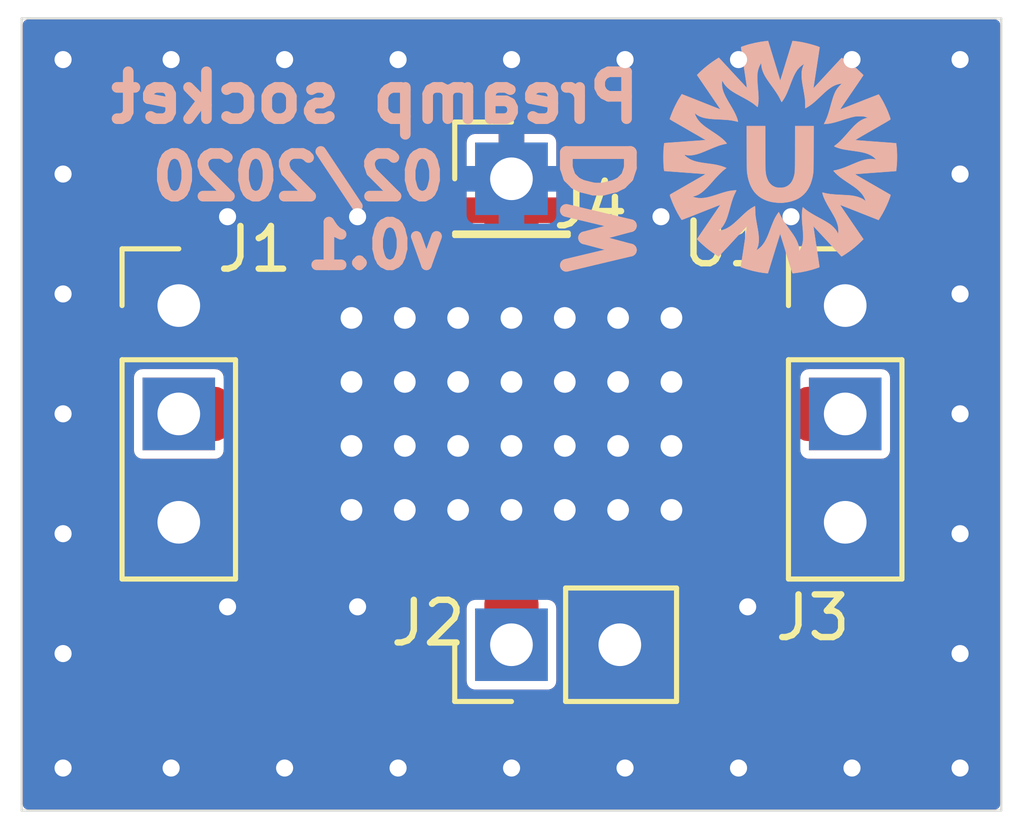
<source format=kicad_pcb>
(kicad_pcb (version 20171130) (host pcbnew "(5.1.5)-3")

  (general
    (thickness 1.6)
    (drawings 7)
    (tracks 40)
    (zones 0)
    (modules 7)
    (nets 5)
  )

  (page A4)
  (layers
    (0 F.Cu signal)
    (31 B.Cu signal)
    (32 B.Adhes user)
    (33 F.Adhes user)
    (34 B.Paste user)
    (35 F.Paste user)
    (36 B.SilkS user hide)
    (37 F.SilkS user)
    (38 B.Mask user hide)
    (39 F.Mask user)
    (40 Dwgs.User user)
    (41 Cmts.User user)
    (42 Eco1.User user)
    (43 Eco2.User user)
    (44 Edge.Cuts user)
    (45 Margin user)
    (46 B.CrtYd user hide)
    (47 F.CrtYd user hide)
    (48 B.Fab user)
    (49 F.Fab user hide)
  )

  (setup
    (last_trace_width 0.25)
    (user_trace_width 0.6)
    (trace_clearance 0.2)
    (zone_clearance 0)
    (zone_45_only no)
    (trace_min 0.2)
    (via_size 0.8)
    (via_drill 0.4)
    (via_min_size 0.4)
    (via_min_drill 0.3)
    (uvia_size 0.3)
    (uvia_drill 0.1)
    (uvias_allowed no)
    (uvia_min_size 0.2)
    (uvia_min_drill 0.1)
    (edge_width 0.05)
    (segment_width 0.2)
    (pcb_text_width 0.3)
    (pcb_text_size 1.5 1.5)
    (mod_edge_width 0.12)
    (mod_text_size 1 1)
    (mod_text_width 0.15)
    (pad_size 1.7 1.7)
    (pad_drill 1)
    (pad_to_mask_clearance 0.051)
    (solder_mask_min_width 0.25)
    (aux_axis_origin 0 0)
    (visible_elements 7FF3FF77)
    (pcbplotparams
      (layerselection 0x010fc_ffffffff)
      (usegerberextensions false)
      (usegerberattributes false)
      (usegerberadvancedattributes false)
      (creategerberjobfile false)
      (excludeedgelayer true)
      (linewidth 0.100000)
      (plotframeref false)
      (viasonmask false)
      (mode 1)
      (useauxorigin false)
      (hpglpennumber 1)
      (hpglpenspeed 20)
      (hpglpendiameter 15.000000)
      (psnegative false)
      (psa4output false)
      (plotreference true)
      (plotvalue true)
      (plotinvisibletext false)
      (padsonsilk false)
      (subtractmaskfromsilk false)
      (outputformat 1)
      (mirror false)
      (drillshape 1)
      (scaleselection 1)
      (outputdirectory ""))
  )

  (net 0 "")
  (net 1 "Net-(J2-Pad1)")
  (net 2 GND)
  (net 3 "Net-(J1-Pad2)")
  (net 4 "Net-(J3-Pad2)")

  (net_class Default "This is the default net class."
    (clearance 0.2)
    (trace_width 0.25)
    (via_dia 0.8)
    (via_drill 0.4)
    (uvia_dia 0.3)
    (uvia_drill 0.1)
    (add_net GND)
    (add_net "Net-(J1-Pad2)")
    (add_net "Net-(J2-Pad1)")
    (add_net "Net-(J3-Pad2)")
  )

  (module _Custom_footprints:UMC_logo_small (layer B.Cu) (tedit 0) (tstamp 5E3D92BA)
    (at 163.322 93.091 180)
    (path /5E3C2881)
    (fp_text reference G1 (at 0 0 180) (layer B.SilkS) hide
      (effects (font (size 0.75 0.75) (thickness 0.3)) (justify mirror))
    )
    (fp_text value LOGO (at 0.75 0 180) (layer B.SilkS) hide
      (effects (font (size 1.524 1.524) (thickness 0.3)) (justify mirror))
    )
    (fp_poly (pts (xy -0.35022 0.204258) (xy -0.349976 0.124331) (xy -0.349746 0.052374) (xy -0.349509 -0.012109)
      (xy -0.349245 -0.069614) (xy -0.348936 -0.120637) (xy -0.348561 -0.165674) (xy -0.348099 -0.205222)
      (xy -0.347533 -0.239778) (xy -0.346841 -0.269836) (xy -0.346004 -0.295894) (xy -0.345001 -0.318447)
      (xy -0.343814 -0.337992) (xy -0.342423 -0.355025) (xy -0.340807 -0.370042) (xy -0.338947 -0.383539)
      (xy -0.336823 -0.396013) (xy -0.334415 -0.40796) (xy -0.331703 -0.419876) (xy -0.328668 -0.432257)
      (xy -0.325289 -0.4456) (xy -0.324088 -0.45033) (xy -0.306632 -0.505916) (xy -0.284053 -0.555666)
      (xy -0.256598 -0.599236) (xy -0.224516 -0.636281) (xy -0.188054 -0.666455) (xy -0.154729 -0.685992)
      (xy -0.129799 -0.697495) (xy -0.107428 -0.705899) (xy -0.085415 -0.711652) (xy -0.061557 -0.715203)
      (xy -0.033651 -0.717001) (xy 0 -0.717493) (xy 0.034058 -0.716986) (xy 0.061895 -0.715169)
      (xy 0.085715 -0.711591) (xy 0.107719 -0.705806) (xy 0.130109 -0.697364) (xy 0.154729 -0.685992)
      (xy 0.194832 -0.661662) (xy 0.230599 -0.630191) (xy 0.261867 -0.591804) (xy 0.288474 -0.546728)
      (xy 0.310258 -0.495188) (xy 0.323616 -0.451339) (xy 0.327168 -0.437648) (xy 0.330366 -0.425001)
      (xy 0.33323 -0.412903) (xy 0.335779 -0.40086) (xy 0.338034 -0.388376) (xy 0.340015 -0.374957)
      (xy 0.341741 -0.360107) (xy 0.343233 -0.343332) (xy 0.344512 -0.324137) (xy 0.345596 -0.302026)
      (xy 0.346506 -0.276506) (xy 0.347262 -0.24708) (xy 0.347884 -0.213254) (xy 0.348391 -0.174534)
      (xy 0.348805 -0.130423) (xy 0.349145 -0.080428) (xy 0.34943 -0.024053) (xy 0.349682 0.039197)
      (xy 0.34992 0.109816) (xy 0.350164 0.1883) (xy 0.350219 0.206375) (xy 0.351824 0.728133)
      (xy 0.783624 0.728133) (xy 0.781973 0.206375) (xy 0.781713 0.127628) (xy 0.781454 0.056868)
      (xy 0.781189 -0.006382) (xy 0.780911 -0.062602) (xy 0.780611 -0.112271) (xy 0.780284 -0.155867)
      (xy 0.77992 -0.193869) (xy 0.779515 -0.226757) (xy 0.779059 -0.255008) (xy 0.778545 -0.279102)
      (xy 0.777967 -0.299518) (xy 0.777318 -0.316734) (xy 0.776589 -0.331229) (xy 0.775774 -0.343482)
      (xy 0.774865 -0.353971) (xy 0.773855 -0.363177) (xy 0.773246 -0.367925) (xy 0.758002 -0.458916)
      (xy 0.737646 -0.543213) (xy 0.712112 -0.620918) (xy 0.681335 -0.692135) (xy 0.645251 -0.756965)
      (xy 0.603794 -0.815511) (xy 0.556898 -0.867878) (xy 0.5045 -0.914167) (xy 0.446534 -0.954481)
      (xy 0.382935 -0.988924) (xy 0.379431 -0.990575) (xy 0.322324 -1.01467) (xy 0.263683 -1.033974)
      (xy 0.201911 -1.048877) (xy 0.135414 -1.059768) (xy 0.067537 -1.066668) (xy 0.039984 -1.06864)
      (xy 0.0175 -1.069826) (xy -0.002554 -1.07022) (xy -0.022813 -1.069815) (xy -0.045917 -1.068604)
      (xy -0.074503 -1.06658) (xy -0.078316 -1.066291) (xy -0.151354 -1.057773) (xy -0.223059 -1.043662)
      (xy -0.29203 -1.024381) (xy -0.356866 -1.000349) (xy -0.416165 -0.971989) (xy -0.442383 -0.956881)
      (xy -0.50114 -0.916234) (xy -0.554242 -0.869759) (xy -0.601752 -0.817347) (xy -0.64373 -0.758886)
      (xy -0.68024 -0.694265) (xy -0.711344 -0.623376) (xy -0.737103 -0.546106) (xy -0.75758 -0.462345)
      (xy -0.772838 -0.371983) (xy -0.773331 -0.3683) (xy -0.774394 -0.359507) (xy -0.775352 -0.349645)
      (xy -0.776213 -0.338236) (xy -0.776984 -0.3248) (xy -0.777673 -0.308861) (xy -0.778286 -0.289939)
      (xy -0.778831 -0.267556) (xy -0.779315 -0.241234) (xy -0.779745 -0.210495) (xy -0.780129 -0.174861)
      (xy -0.780473 -0.133853) (xy -0.780785 -0.086993) (xy -0.781072 -0.033802) (xy -0.781341 0.026197)
      (xy -0.781599 0.093482) (xy -0.781854 0.168533) (xy -0.781974 0.206375) (xy -0.783596 0.728133)
      (xy -0.567709 0.728134) (xy -0.351822 0.728134) (xy -0.35022 0.204258)) (layer B.SilkS) (width 0.01))
    (fp_poly (pts (xy -0.290484 2.721439) (xy -0.290263 2.721319) (xy -0.288899 2.717171) (xy -0.285208 2.705436)
      (xy -0.279344 2.68662) (xy -0.271466 2.66123) (xy -0.261729 2.629772) (xy -0.25029 2.592754)
      (xy -0.237305 2.550682) (xy -0.22293 2.504063) (xy -0.207323 2.453402) (xy -0.190638 2.399208)
      (xy -0.173034 2.341987) (xy -0.154665 2.282244) (xy -0.145796 2.253382) (xy -0.127132 2.192679)
      (xy -0.109161 2.134295) (xy -0.092037 2.078733) (xy -0.075916 2.026496) (xy -0.060955 1.978086)
      (xy -0.047309 1.934008) (xy -0.035135 1.894765) (xy -0.024589 1.86086) (xy -0.015826 1.832796)
      (xy -0.009002 1.811076) (xy -0.004275 1.796204) (xy -0.001799 1.788684) (xy -0.001457 1.787832)
      (xy -0.000168 1.791862) (xy 0.003404 1.803373) (xy 0.00907 1.821748) (xy 0.016643 1.84637)
      (xy 0.025932 1.876622) (xy 0.036751 1.911888) (xy 0.048909 1.95155) (xy 0.062219 1.994992)
      (xy 0.076492 2.041596) (xy 0.091538 2.090747) (xy 0.10717 2.141826) (xy 0.123199 2.194217)
      (xy 0.139435 2.247304) (xy 0.155691 2.300469) (xy 0.171777 2.353096) (xy 0.187506 2.404567)
      (xy 0.202688 2.454266) (xy 0.217134 2.501575) (xy 0.230656 2.545879) (xy 0.243066 2.58656)
      (xy 0.254174 2.623001) (xy 0.263793 2.654585) (xy 0.271732 2.680696) (xy 0.277805 2.700717)
      (xy 0.281821 2.71403) (xy 0.28211 2.714994) (xy 0.284373 2.719205) (xy 0.289268 2.721114)
      (xy 0.298878 2.72109) (xy 0.310494 2.720019) (xy 0.448827 2.701733) (xy 0.585476 2.676377)
      (xy 0.71869 2.644287) (xy 0.753239 2.634685) (xy 0.77443 2.628381) (xy 0.798151 2.620921)
      (xy 0.822978 2.612799) (xy 0.847484 2.60451) (xy 0.870245 2.596547) (xy 0.889836 2.589404)
      (xy 0.904831 2.583575) (xy 0.913804 2.579553) (xy 0.915491 2.578471) (xy 0.91529 2.573979)
      (xy 0.913884 2.561646) (xy 0.911349 2.542004) (xy 0.907761 2.515582) (xy 0.903197 2.482909)
      (xy 0.897731 2.444516) (xy 0.891441 2.400931) (xy 0.884403 2.352685) (xy 0.876692 2.300307)
      (xy 0.868385 2.244326) (xy 0.859558 2.185274) (xy 0.850288 2.123678) (xy 0.84663 2.099489)
      (xy 0.837186 2.037001) (xy 0.828123 1.976817) (xy 0.819519 1.919471) (xy 0.811453 1.865495)
      (xy 0.804004 1.815422) (xy 0.797249 1.769787) (xy 0.791269 1.729122) (xy 0.78614 1.69396)
      (xy 0.781943 1.664835) (xy 0.778755 1.64228) (xy 0.776656 1.626828) (xy 0.775722 1.619012)
      (xy 0.77569 1.618158) (xy 0.778642 1.620508) (xy 0.786963 1.628712) (xy 0.800293 1.642388)
      (xy 0.818273 1.661153) (xy 0.840544 1.684627) (xy 0.866748 1.712427) (xy 0.896526 1.744171)
      (xy 0.92952 1.779477) (xy 0.965369 1.817963) (xy 1.003716 1.859247) (xy 1.044202 1.902947)
      (xy 1.086468 1.94868) (xy 1.106675 1.970583) (xy 1.149694 2.017225) (xy 1.191106 2.062093)
      (xy 1.23055 2.104799) (xy 1.267666 2.144955) (xy 1.302093 2.182171) (xy 1.333471 2.216058)
      (xy 1.36144 2.246227) (xy 1.385639 2.27229) (xy 1.405707 2.293858) (xy 1.421285 2.310541)
      (xy 1.432011 2.321951) (xy 1.437526 2.327698) (xy 1.438212 2.328333) (xy 1.44289 2.326074)
      (xy 1.453416 2.319796) (xy 1.468644 2.310251) (xy 1.487427 2.298191) (xy 1.508617 2.284367)
      (xy 1.531069 2.269531) (xy 1.553634 2.254434) (xy 1.575167 2.239828) (xy 1.594521 2.226465)
      (xy 1.605684 2.21859) (xy 1.66931 2.171522) (xy 1.7326 2.121529) (xy 1.793728 2.07015)
      (xy 1.850868 2.018923) (xy 1.902196 1.969385) (xy 1.90583 1.96571) (xy 1.946876 1.92405)
      (xy 1.672323 1.521883) (xy 1.636559 1.469464) (xy 1.60218 1.41901) (xy 1.569482 1.370959)
      (xy 1.53876 1.32575) (xy 1.510312 1.28382) (xy 1.484433 1.245609) (xy 1.461421 1.211554)
      (xy 1.441571 1.182094) (xy 1.42518 1.157667) (xy 1.412544 1.138712) (xy 1.40396 1.125666)
      (xy 1.399723 1.118967) (xy 1.399316 1.118138) (xy 1.399683 1.117843) (xy 1.40046 1.117767)
      (xy 1.402161 1.11811) (xy 1.405297 1.119069) (xy 1.41038 1.120843) (xy 1.417922 1.123632)
      (xy 1.428435 1.127633) (xy 1.442432 1.133046) (xy 1.460424 1.140069) (xy 1.482924 1.1489)
      (xy 1.510443 1.159739) (xy 1.543494 1.172784) (xy 1.58259 1.188234) (xy 1.62824 1.206287)
      (xy 1.680959 1.227143) (xy 1.7145 1.240412) (xy 1.763738 1.259892) (xy 1.816823 1.280893)
      (xy 1.872077 1.302753) (xy 1.927826 1.324808) (xy 1.982394 1.346395) (xy 2.034104 1.366851)
      (xy 2.08128 1.385514) (xy 2.121966 1.401608) (xy 2.158933 1.416218) (xy 2.193436 1.429826)
      (xy 2.224686 1.442124) (xy 2.251897 1.452803) (xy 2.274282 1.461557) (xy 2.291055 1.468075)
      (xy 2.301429 1.47205) (xy 2.304638 1.4732) (xy 2.307587 1.469744) (xy 2.314103 1.460157)
      (xy 2.323465 1.44561) (xy 2.334955 1.427274) (xy 2.347852 1.40632) (xy 2.361439 1.383919)
      (xy 2.374995 1.361242) (xy 2.387802 1.339462) (xy 2.399141 1.319747) (xy 2.402127 1.31445)
      (xy 2.423379 1.27523) (xy 2.446259 1.230742) (xy 2.469461 1.18366) (xy 2.491682 1.13666)
      (xy 2.511615 1.092416) (xy 2.520427 1.071903) (xy 2.529576 1.049659) (xy 2.539412 1.024871)
      (xy 2.549447 0.998866) (xy 2.559193 0.972975) (xy 2.56816 0.948525) (xy 2.57586 0.926847)
      (xy 2.581805 0.909269) (xy 2.585506 0.897121) (xy 2.586523 0.89211) (xy 2.583004 0.888469)
      (xy 2.573228 0.881423) (xy 2.558325 0.871707) (xy 2.539426 0.860056) (xy 2.517658 0.847202)
      (xy 2.515614 0.846022) (xy 2.493289 0.83315) (xy 2.464981 0.816831) (xy 2.431455 0.797505)
      (xy 2.393475 0.775613) (xy 2.351808 0.751596) (xy 2.307217 0.725895) (xy 2.260467 0.698951)
      (xy 2.212324 0.671204) (xy 2.163551 0.643096) (xy 2.114915 0.615066) (xy 2.067179 0.587556)
      (xy 2.021109 0.561006) (xy 1.977469 0.535858) (xy 1.937025 0.512552) (xy 1.900541 0.491529)
      (xy 1.868781 0.473229) (xy 1.842512 0.458094) (xy 1.822497 0.446565) (xy 1.816235 0.442958)
      (xy 1.793454 0.429734) (xy 1.773666 0.418044) (xy 1.757865 0.408495) (xy 1.747047 0.401689)
      (xy 1.742207 0.398233) (xy 1.742151 0.397924) (xy 1.747128 0.397624) (xy 1.759644 0.396771)
      (xy 1.778797 0.395429) (xy 1.803683 0.393662) (xy 1.833399 0.391536) (xy 1.867039 0.389113)
      (xy 1.903702 0.386459) (xy 1.921934 0.385134) (xy 2.027602 0.377454) (xy 2.125 0.370388)
      (xy 2.214303 0.363923) (xy 2.295682 0.358048) (xy 2.369313 0.352749) (xy 2.435367 0.348015)
      (xy 2.49402 0.343832) (xy 2.545444 0.340189) (xy 2.567517 0.338634) (xy 2.599544 0.336345)
      (xy 2.62937 0.334138) (xy 2.65579 0.332108) (xy 2.677601 0.330351) (xy 2.6936 0.328961)
      (xy 2.702583 0.328033) (xy 2.703395 0.327917) (xy 2.716507 0.325826) (xy 2.721396 0.284621)
      (xy 2.725715 0.246492) (xy 2.729155 0.211642) (xy 2.731808 0.178306) (xy 2.733764 0.144721)
      (xy 2.735114 0.109122) (xy 2.735947 0.069746) (xy 2.736354 0.024827) (xy 2.736434 -0.008467)
      (xy 2.735944 -0.074418) (xy 2.734431 -0.13463) (xy 2.731927 -0.188573) (xy 2.728464 -0.235716)
      (xy 2.724074 -0.275527) (xy 2.718788 -0.307476) (xy 2.718464 -0.309033) (xy 2.715339 -0.32385)
      (xy 2.478444 -0.341365) (xy 2.431028 -0.344873) (xy 2.383384 -0.348401) (xy 2.336695 -0.351862)
      (xy 2.292144 -0.355167) (xy 2.250913 -0.35823) (xy 2.214185 -0.360962) (xy 2.183142 -0.363275)
      (xy 2.158966 -0.365082) (xy 2.15265 -0.365556) (xy 2.1268 -0.367486) (xy 2.094247 -0.3699)
      (xy 2.056736 -0.372667) (xy 2.016008 -0.375662) (xy 1.973806 -0.378755) (xy 1.931874 -0.381818)
      (xy 1.903922 -0.383853) (xy 1.861233 -0.387019) (xy 1.826407 -0.389753) (xy 1.798856 -0.392117)
      (xy 1.777989 -0.394175) (xy 1.763218 -0.39599) (xy 1.753953 -0.397626) (xy 1.749606 -0.399146)
      (xy 1.749405 -0.40046) (xy 1.753985 -0.403448) (xy 1.765232 -0.410234) (xy 1.782462 -0.420419)
      (xy 1.804989 -0.433604) (xy 1.832127 -0.449391) (xy 1.863191 -0.467379) (xy 1.897497 -0.487171)
      (xy 1.934358 -0.508367) (xy 1.957917 -0.521879) (xy 2.002494 -0.547429) (xy 2.050204 -0.574789)
      (xy 2.099524 -0.603086) (xy 2.148934 -0.631445) (xy 2.196911 -0.658993) (xy 2.241935 -0.684857)
      (xy 2.282483 -0.708164) (xy 2.313517 -0.726015) (xy 2.349183 -0.74653) (xy 2.385037 -0.767135)
      (xy 2.419854 -0.787127) (xy 2.452413 -0.805805) (xy 2.481489 -0.822467) (xy 2.505859 -0.836411)
      (xy 2.524301 -0.846937) (xy 2.526492 -0.848184) (xy 2.548687 -0.860597) (xy 2.564986 -0.870044)
      (xy 2.575887 -0.878037) (xy 2.58189 -0.886089) (xy 2.583491 -0.895711) (xy 2.58119 -0.908417)
      (xy 2.575484 -0.925719) (xy 2.566872 -0.94913) (xy 2.563133 -0.959408) (xy 2.528753 -1.048978)
      (xy 2.490144 -1.138905) (xy 2.44825 -1.227249) (xy 2.404015 -1.312069) (xy 2.358383 -1.391426)
      (xy 2.333121 -1.431905) (xy 2.322894 -1.447245) (xy 2.314067 -1.459488) (xy 2.307764 -1.467133)
      (xy 2.305406 -1.468946) (xy 2.300935 -1.467433) (xy 2.289211 -1.463048) (xy 2.270853 -1.456032)
      (xy 2.246482 -1.446627) (xy 2.216718 -1.435073) (xy 2.18218 -1.421612) (xy 2.143489 -1.406485)
      (xy 2.101264 -1.389933) (xy 2.056126 -1.372198) (xy 2.008696 -1.353521) (xy 2.006956 -1.352835)
      (xy 1.956544 -1.332962) (xy 1.906232 -1.313129) (xy 1.856913 -1.29369) (xy 1.809484 -1.274997)
      (xy 1.764839 -1.257402) (xy 1.723874 -1.241259) (xy 1.687483 -1.22692) (xy 1.656561 -1.214739)
      (xy 1.632004 -1.205067) (xy 1.61925 -1.200045) (xy 1.588 -1.187743) (xy 1.554838 -1.174688)
      (xy 1.522092 -1.161796) (xy 1.49209 -1.149983) (xy 1.467159 -1.140166) (xy 1.462869 -1.138476)
      (xy 1.441474 -1.130131) (xy 1.42305 -1.123097) (xy 1.408939 -1.117874) (xy 1.400478 -1.114962)
      (xy 1.398644 -1.114545) (xy 1.400858 -1.118094) (xy 1.407561 -1.128189) (xy 1.418455 -1.144393)
      (xy 1.433243 -1.166269) (xy 1.451627 -1.193379) (xy 1.47331 -1.225286) (xy 1.497994 -1.261552)
      (xy 1.525381 -1.301741) (xy 1.555175 -1.345415) (xy 1.587076 -1.392136) (xy 1.620788 -1.441467)
      (xy 1.656013 -1.49297) (xy 1.6725 -1.517062) (xy 1.708344 -1.569458) (xy 1.742824 -1.619914)
      (xy 1.775643 -1.667991) (xy 1.8065 -1.713247) (xy 1.835097 -1.755242) (xy 1.861134 -1.793535)
      (xy 1.884313 -1.827687) (xy 1.904333 -1.857256) (xy 1.920897 -1.881802) (xy 1.933705 -1.900884)
      (xy 1.942457 -1.914063) (xy 1.946855 -1.920897) (xy 1.947334 -1.921785) (xy 1.944247 -1.926841)
      (xy 1.935507 -1.936688) (xy 1.92189 -1.950612) (xy 1.904175 -1.967899) (xy 1.883141 -1.987834)
      (xy 1.859564 -2.009704) (xy 1.834223 -2.032795) (xy 1.807896 -2.056391) (xy 1.781361 -2.079779)
      (xy 1.755396 -2.102244) (xy 1.730779 -2.123072) (xy 1.708288 -2.141549) (xy 1.705572 -2.143732)
      (xy 1.680199 -2.163649) (xy 1.652483 -2.184668) (xy 1.62331 -2.206186) (xy 1.593561 -2.227598)
      (xy 1.56412 -2.248302) (xy 1.53587 -2.267694) (xy 1.509694 -2.285168) (xy 1.486475 -2.300122)
      (xy 1.467097 -2.311951) (xy 1.452442 -2.320052) (xy 1.443393 -2.32382) (xy 1.441932 -2.324017)
      (xy 1.438499 -2.320957) (xy 1.429693 -2.312061) (xy 1.415879 -2.297718) (xy 1.397421 -2.278316)
      (xy 1.374685 -2.254245) (xy 1.348036 -2.225895) (xy 1.317838 -2.193653) (xy 1.284457 -2.15791)
      (xy 1.248256 -2.119055) (xy 1.209602 -2.077476) (xy 1.168858 -2.033564) (xy 1.12639 -1.987707)
      (xy 1.107017 -1.96676) (xy 1.063963 -1.920202) (xy 1.022531 -1.875427) (xy 0.983081 -1.832821)
      (xy 0.945974 -1.792772) (xy 0.911568 -1.755667) (xy 0.880224 -1.721894) (xy 0.852302 -1.69184)
      (xy 0.828161 -1.665893) (xy 0.808161 -1.644439) (xy 0.792663 -1.627867) (xy 0.782025 -1.616564)
      (xy 0.776609 -1.610918) (xy 0.77597 -1.610326) (xy 0.776506 -1.61448) (xy 0.778223 -1.626363)
      (xy 0.781024 -1.645334) (xy 0.784811 -1.670754) (xy 0.789488 -1.70198) (xy 0.794956 -1.738373)
      (xy 0.801119 -1.779293) (xy 0.80788 -1.824097) (xy 0.815141 -1.872147) (xy 0.822806 -1.922801)
      (xy 0.830776 -1.975418) (xy 0.838954 -2.029359) (xy 0.847244 -2.083982) (xy 0.855548 -2.138647)
      (xy 0.863768 -2.192714) (xy 0.871808 -2.245541) (xy 0.879571 -2.296488) (xy 0.886958 -2.344915)
      (xy 0.893874 -2.390181) (xy 0.900219 -2.431645) (xy 0.905899 -2.468667) (xy 0.910814 -2.500606)
      (xy 0.914868 -2.526822) (xy 0.917963 -2.546673) (xy 0.920003 -2.559521) (xy 0.920721 -2.563831)
      (xy 0.923059 -2.577079) (xy 0.866871 -2.596645) (xy 0.75469 -2.632969) (xy 0.643729 -2.663178)
      (xy 0.530484 -2.688181) (xy 0.474977 -2.698481) (xy 0.444476 -2.703537) (xy 0.413704 -2.708131)
      (xy 0.383836 -2.712137) (xy 0.356048 -2.715431) (xy 0.331513 -2.717887) (xy 0.311406 -2.71938)
      (xy 0.296902 -2.719784) (xy 0.289174 -2.718974) (xy 0.288298 -2.718396) (xy 0.286746 -2.713871)
      (xy 0.282877 -2.701764) (xy 0.276848 -2.682589) (xy 0.268819 -2.656858) (xy 0.258948 -2.625085)
      (xy 0.247394 -2.587785) (xy 0.234317 -2.545471) (xy 0.219874 -2.498657) (xy 0.204225 -2.447856)
      (xy 0.187529 -2.393582) (xy 0.169944 -2.336349) (xy 0.15163 -2.27667) (xy 0.144219 -2.252503)
      (xy 0.125688 -2.19214) (xy 0.107823 -2.134119) (xy 0.090784 -2.078943) (xy 0.074727 -2.027117)
      (xy 0.059812 -1.979147) (xy 0.046195 -1.935535) (xy 0.034036 -1.896787) (xy 0.023492 -1.863406)
      (xy 0.014721 -1.835898) (xy 0.007881 -1.814766) (xy 0.003131 -1.800516) (xy 0.000627 -1.79365)
      (xy 0.000286 -1.793088) (xy -0.001246 -1.797351) (xy -0.005096 -1.8092) (xy -0.011107 -1.828123)
      (xy -0.01912 -1.853612) (xy -0.028977 -1.885154) (xy -0.040518 -1.922241) (xy -0.053586 -1.964361)
      (xy -0.068021 -2.011004) (xy -0.083666 -2.061659) (xy -0.100362 -2.115817) (xy -0.117951 -2.172966)
      (xy -0.136273 -2.232597) (xy -0.143957 -2.25763) (xy -0.165742 -2.328618) (xy -0.185193 -2.391948)
      (xy -0.202454 -2.448057) (xy -0.217668 -2.497382) (xy -0.230981 -2.540362) (xy -0.242535 -2.577432)
      (xy -0.252474 -2.609032) (xy -0.260943 -2.635597) (xy -0.268086 -2.657566) (xy -0.274047 -2.675376)
      (xy -0.278969 -2.689465) (xy -0.282997 -2.700269) (xy -0.286275 -2.708227) (xy -0.288946 -2.713776)
      (xy -0.291154 -2.717353) (xy -0.293045 -2.719395) (xy -0.294761 -2.720341) (xy -0.296357 -2.720621)
      (xy -0.304309 -2.720345) (xy -0.318779 -2.7191) (xy -0.337898 -2.717073) (xy -0.359795 -2.71445)
      (xy -0.366183 -2.713633) (xy -0.499694 -2.69311) (xy -0.62738 -2.666973) (xy -0.749018 -2.635272)
      (xy -0.846667 -2.604274) (xy -0.872251 -2.595403) (xy -0.890918 -2.588764) (xy -0.903756 -2.58384)
      (xy -0.911856 -2.580115) (xy -0.916308 -2.577073) (xy -0.918202 -2.574198) (xy -0.918628 -2.570974)
      (xy -0.918633 -2.570201) (xy -0.918007 -2.565021) (xy -0.916183 -2.55201) (xy -0.91324 -2.531709)
      (xy -0.909261 -2.504654) (xy -0.904325 -2.471387) (xy -0.898514 -2.432444) (xy -0.891907 -2.388367)
      (xy -0.884587 -2.339693) (xy -0.876632 -2.286962) (xy -0.868125 -2.230712) (xy -0.859145 -2.171483)
      (xy -0.849774 -2.109814) (xy -0.846602 -2.088972) (xy -0.837147 -2.026766) (xy -0.828081 -1.966923)
      (xy -0.819484 -1.909972) (xy -0.811434 -1.856442) (xy -0.80401 -1.806862) (xy -0.797289 -1.761762)
      (xy -0.791351 -1.72167) (xy -0.786273 -1.687116) (xy -0.782136 -1.658629) (xy -0.779016 -1.636738)
      (xy -0.776993 -1.621973) (xy -0.776146 -1.614863) (xy -0.776142 -1.61428) (xy -0.779098 -1.617154)
      (xy -0.787361 -1.625772) (xy -0.800491 -1.639663) (xy -0.818049 -1.658351) (xy -0.839595 -1.681364)
      (xy -0.864691 -1.708228) (xy -0.892896 -1.738469) (xy -0.923773 -1.771614) (xy -0.95688 -1.80719)
      (xy -0.99178 -1.844723) (xy -1.028033 -1.883739) (xy -1.065199 -1.923765) (xy -1.10284 -1.964327)
      (xy -1.140516 -2.004952) (xy -1.177787 -2.045166) (xy -1.214215 -2.084496) (xy -1.24936 -2.122468)
      (xy -1.282783 -2.158609) (xy -1.314044 -2.192445) (xy -1.342705 -2.223502) (xy -1.368326 -2.251308)
      (xy -1.390467 -2.275388) (xy -1.40869 -2.295269) (xy -1.422556 -2.310478) (xy -1.431624 -2.32054)
      (xy -1.435456 -2.324983) (xy -1.435504 -2.325051) (xy -1.440104 -2.324616) (xy -1.450723 -2.319689)
      (xy -1.466557 -2.310793) (xy -1.486806 -2.298454) (xy -1.510667 -2.283198) (xy -1.537338 -2.265549)
      (xy -1.566018 -2.246031) (xy -1.595906 -2.225171) (xy -1.626198 -2.203493) (xy -1.656094 -2.181522)
      (xy -1.665654 -2.174358) (xy -1.743623 -2.112991) (xy -1.817702 -2.049031) (xy -1.883365 -1.987313)
      (xy -1.948738 -1.923576) (xy -1.672749 -1.520002) (xy -1.636869 -1.467512) (xy -1.602368 -1.416995)
      (xy -1.569542 -1.368887) (xy -1.538689 -1.323624) (xy -1.510103 -1.281643) (xy -1.484083 -1.24338)
      (xy -1.460923 -1.209272) (xy -1.440922 -1.179755) (xy -1.424375 -1.155266) (xy -1.411578 -1.136241)
      (xy -1.402829 -1.123116) (xy -1.398423 -1.116328) (xy -1.397939 -1.115448) (xy -1.40196 -1.116819)
      (xy -1.41328 -1.121085) (xy -1.431327 -1.128022) (xy -1.455527 -1.137406) (xy -1.48531 -1.149014)
      (xy -1.520101 -1.162621) (xy -1.559329 -1.178004) (xy -1.602421 -1.194938) (xy -1.648804 -1.213201)
      (xy -1.697907 -1.232568) (xy -1.735667 -1.247483) (xy -1.789185 -1.268634) (xy -1.842409 -1.289665)
      (xy -1.89453 -1.310258) (xy -1.944744 -1.330095) (xy -1.992244 -1.348857) (xy -2.036223 -1.366226)
      (xy -2.075875 -1.381883) (xy -2.110395 -1.39551) (xy -2.138975 -1.406789) (xy -2.16081 -1.4154)
      (xy -2.167466 -1.418023) (xy -2.195499 -1.429068) (xy -2.22217 -1.439576) (xy -2.246052 -1.448986)
      (xy -2.265718 -1.456736) (xy -2.279742 -1.462263) (xy -2.284636 -1.464192) (xy -2.306555 -1.472835)
      (xy -2.34009 -1.419043) (xy -2.396154 -1.324419) (xy -2.448282 -1.226996) (xy -2.49561 -1.128566)
      (xy -2.537272 -1.030919) (xy -2.570056 -0.942727) (xy -2.577502 -0.920722) (xy -2.582324 -0.905321)
      (xy -2.584793 -0.895169) (xy -2.585178 -0.888915) (xy -2.583752 -0.885203) (xy -2.581909 -0.88346)
      (xy -2.577411 -0.880723) (xy -2.566043 -0.874043) (xy -2.548276 -0.863691) (xy -2.524583 -0.84994)
      (xy -2.495434 -0.833062) (xy -2.461302 -0.813331) (xy -2.422658 -0.791018) (xy -2.379975 -0.766396)
      (xy -2.333723 -0.739737) (xy -2.284375 -0.711315) (xy -2.232402 -0.681401) (xy -2.178276 -0.650268)
      (xy -2.159084 -0.639233) (xy -2.095015 -0.602397) (xy -2.037906 -0.569547) (xy -1.987375 -0.540451)
      (xy -1.943039 -0.514878) (xy -1.904516 -0.492596) (xy -1.871425 -0.473374) (xy -1.843384 -0.456979)
      (xy -1.82001 -0.44318) (xy -1.800921 -0.431747) (xy -1.785736 -0.422446) (xy -1.774073 -0.415046)
      (xy -1.765549 -0.409317) (xy -1.759783 -0.405025) (xy -1.756393 -0.401941) (xy -1.754996 -0.399831)
      (xy -1.75521 -0.398465) (xy -1.756655 -0.39761) (xy -1.758947 -0.397036) (xy -1.759458 -0.396937)
      (xy -1.765807 -0.396221) (xy -1.78004 -0.394944) (xy -1.801596 -0.393147) (xy -1.829913 -0.390875)
      (xy -1.864429 -0.38817) (xy -1.904584 -0.385075) (xy -1.949817 -0.381633) (xy -1.999565 -0.377886)
      (xy -2.053268 -0.373879) (xy -2.110365 -0.369653) (xy -2.170293 -0.365251) (xy -2.232493 -0.360717)
      (xy -2.245556 -0.359769) (xy -2.307789 -0.355249) (xy -2.367622 -0.350889) (xy -2.424518 -0.346727)
      (xy -2.477941 -0.342805) (xy -2.527353 -0.339162) (xy -2.572216 -0.335838) (xy -2.611993 -0.332873)
      (xy -2.646147 -0.330307) (xy -2.674141 -0.32818) (xy -2.695437 -0.326532) (xy -2.709499 -0.325403)
      (xy -2.715788 -0.324833) (xy -2.716083 -0.324782) (xy -2.716822 -0.320477) (xy -2.71828 -0.309258)
      (xy -2.720273 -0.292633) (xy -2.722619 -0.272107) (xy -2.723688 -0.262467) (xy -2.733029 -0.156407)
      (xy -2.737344 -0.062062) (xy -2.251664 -0.062062) (xy -2.250017 -0.062085) (xy -2.227548 -0.056271)
      (xy -2.208165 -0.052195) (xy -2.187831 -0.049111) (xy -2.166527 -0.046689) (xy -2.11324 -0.044815)
      (xy -2.054897 -0.04972) (xy -1.99151 -0.061401) (xy -1.923093 -0.079856) (xy -1.888067 -0.091258)
      (xy -1.874087 -0.096133) (xy -1.859515 -0.101415) (xy -1.843599 -0.10741) (xy -1.825587 -0.114424)
      (xy -1.804724 -0.122761) (xy -1.780259 -0.132727) (xy -1.751438 -0.144629) (xy -1.71751 -0.158771)
      (xy -1.677721 -0.175459) (xy -1.631319 -0.194998) (xy -1.602316 -0.207235) (xy -1.537533 -0.233795)
      (xy -1.478667 -0.256208) (xy -1.424499 -0.274878) (xy -1.373807 -0.29021) (xy -1.325372 -0.302609)
      (xy -1.295471 -0.309097) (xy -1.277243 -0.312863) (xy -1.262409 -0.316087) (xy -1.252733 -0.318374)
      (xy -1.249896 -0.319259) (xy -1.252239 -0.322563) (xy -1.259489 -0.330898) (xy -1.270678 -0.343197)
      (xy -1.284843 -0.358392) (xy -1.294018 -0.368085) (xy -1.316546 -0.390955) (xy -1.340373 -0.413431)
      (xy -1.366276 -0.436117) (xy -1.395034 -0.459616) (xy -1.427425 -0.484532) (xy -1.464229 -0.511468)
      (xy -1.506224 -0.541028) (xy -1.554189 -0.573816) (xy -1.59309 -0.599916) (xy -1.63777 -0.629804)
      (xy -1.67613 -0.655719) (xy -1.708973 -0.678264) (xy -1.737105 -0.698039) (xy -1.761331 -0.715646)
      (xy -1.782454 -0.731687) (xy -1.801279 -0.746763) (xy -1.818611 -0.761475) (xy -1.835255 -0.776426)
      (xy -1.852015 -0.792215) (xy -1.857793 -0.797795) (xy -1.893501 -0.834462) (xy -1.922966 -0.869381)
      (xy -1.947618 -0.904385) (xy -1.966763 -0.937269) (xy -1.974369 -0.952578) (xy -1.982614 -0.970802)
      (xy -1.990715 -0.989988) (xy -1.997886 -1.008186) (xy -2.00334 -1.023445) (xy -2.006294 -1.033813)
      (xy -2.0066 -1.03623) (xy -2.003786 -1.034824) (xy -1.996638 -1.029201) (xy -1.991926 -1.02516)
      (xy -1.949784 -0.993212) (xy -1.901122 -0.965706) (xy -1.845761 -0.942578) (xy -1.783523 -0.923763)
      (xy -1.714229 -0.909196) (xy -1.646089 -0.89971) (xy -1.627728 -0.897972) (xy -1.602456 -0.895997)
      (xy -1.571825 -0.893882) (xy -1.537384 -0.891727) (xy -1.500682 -0.889632) (xy -1.463271 -0.887695)
      (xy -1.445683 -0.886859) (xy -1.376853 -0.883425) (xy -1.315651 -0.879782) (xy -1.26124 -0.875836)
      (xy -1.212783 -0.871494) (xy -1.169443 -0.866662) (xy -1.130381 -0.861247) (xy -1.09476 -0.855156)
      (xy -1.061743 -0.848295) (xy -1.030493 -0.840571) (xy -1.030385 -0.840542) (xy -1.013718 -0.83633)
      (xy -1.000383 -0.833417) (xy -0.992298 -0.8322) (xy -0.990811 -0.832362) (xy -0.990713 -0.837542)
      (xy -0.993059 -0.849184) (xy -0.997425 -0.865783) (xy -1.003384 -0.885835) (xy -1.010512 -0.907837)
      (xy -1.018385 -0.930284) (xy -1.018769 -0.931333) (xy -1.03469 -0.970728) (xy -1.055755 -1.016153)
      (xy -1.082024 -1.067722) (xy -1.113554 -1.125545) (xy -1.150403 -1.189734) (xy -1.166313 -1.216661)
      (xy -1.193934 -1.263224) (xy -1.217564 -1.30344) (xy -1.23767 -1.338161) (xy -1.254716 -1.368237)
      (xy -1.26917 -1.39452) (xy -1.281498 -1.41786) (xy -1.292167 -1.43911) (xy -1.301641 -1.459121)
      (xy -1.310389 -1.478743) (xy -1.312284 -1.483144) (xy -1.337243 -1.549007) (xy -1.354632 -1.612242)
      (xy -1.364401 -1.672599) (xy -1.366498 -1.729827) (xy -1.365814 -1.743669) (xy -1.364036 -1.768246)
      (xy -1.362277 -1.784812) (xy -1.360079 -1.793807) (xy -1.356982 -1.795674) (xy -1.352527 -1.790854)
      (xy -1.346257 -1.779787) (xy -1.340349 -1.768176) (xy -1.323172 -1.73667) (xy -1.304523 -1.708465)
      (xy -1.282412 -1.680795) (xy -1.25958 -1.655806) (xy -1.239571 -1.635581) (xy -1.219007 -1.616382)
      (xy -1.197183 -1.597739) (xy -1.173392 -1.579187) (xy -1.146928 -1.560256) (xy -1.117084 -1.540479)
      (xy -1.083153 -1.519388) (xy -1.044431 -1.496516) (xy -1.000209 -1.471394) (xy -0.949782 -1.443555)
      (xy -0.892443 -1.412532) (xy -0.891117 -1.41182) (xy -0.830288 -1.378693) (xy -0.776401 -1.348294)
      (xy -0.72859 -1.320073) (xy -0.68599 -1.293483) (xy -0.647736 -1.267976) (xy -0.61296 -1.243005)
      (xy -0.580798 -1.218022) (xy -0.567266 -1.206896) (xy -0.531283 -1.176806) (xy -0.52618 -1.199061)
      (xy -0.519413 -1.235675) (xy -0.514708 -1.277877) (xy -0.511996 -1.326537) (xy -0.511206 -1.382531)
      (xy -0.51122 -1.386416) (xy -0.511414 -1.409332) (xy -0.51183 -1.431148) (xy -0.512541 -1.452923)
      (xy -0.513615 -1.475714) (xy -0.515123 -1.500578) (xy -0.517136 -1.528572) (xy -0.519725 -1.560754)
      (xy -0.52296 -1.598181) (xy -0.526911 -1.64191) (xy -0.531648 -1.692999) (xy -0.53168 -1.693333)
      (xy -0.534409 -1.72814) (xy -0.536488 -1.766231) (xy -0.537902 -1.805981) (xy -0.538639 -1.845769)
      (xy -0.538685 -1.88397) (xy -0.538026 -1.918961) (xy -0.53665 -1.949118) (xy -0.534544 -1.972819)
      (xy -0.533987 -1.976967) (xy -0.520925 -2.043156) (xy -0.501819 -2.104045) (xy -0.4768 -2.159257)
      (xy -0.462248 -2.1844) (xy -0.442383 -2.21615) (xy -0.439589 -2.161117) (xy -0.437183 -2.129369)
      (xy -0.433461 -2.100035) (xy -0.428792 -2.075921) (xy -0.428021 -2.072884) (xy -0.409641 -2.015955)
      (xy -0.383849 -1.955926) (xy -0.350889 -1.893311) (xy -0.311125 -1.8288) (xy -0.301849 -1.815083)
      (xy -0.288471 -1.795775) (xy -0.271876 -1.772128) (xy -0.252946 -1.745395) (xy -0.232566 -1.716827)
      (xy -0.21162 -1.687676) (xy -0.205005 -1.678517) (xy -0.169046 -1.628467) (xy -0.137757 -1.584168)
      (xy -0.110562 -1.544724) (xy -0.086885 -1.509239) (xy -0.06615 -1.476817) (xy -0.047783 -1.446563)
      (xy -0.031207 -1.417582) (xy -0.015846 -1.388976) (xy -0.00429 -1.366254) (xy 0.033109 -1.291058)
      (xy 0.053911 -1.319687) (xy 0.071857 -1.345247) (xy 0.088689 -1.371196) (xy 0.104821 -1.398403)
      (xy 0.120668 -1.427737) (xy 0.136645 -1.460068) (xy 0.153168 -1.496264) (xy 0.170649 -1.537195)
      (xy 0.189505 -1.583729) (xy 0.21015 -1.636735) (xy 0.22921 -1.686983) (xy 0.246745 -1.733404)
      (xy 0.26191 -1.772949) (xy 0.27516 -1.806724) (xy 0.286952 -1.835834) (xy 0.297742 -1.861386)
      (xy 0.307986 -1.884483) (xy 0.318142 -1.906231) (xy 0.328339 -1.927085) (xy 0.363631 -1.990952)
      (xy 0.402158 -2.047588) (xy 0.44374 -2.096785) (xy 0.488199 -2.138335) (xy 0.535356 -2.172028)
      (xy 0.541102 -2.175482) (xy 0.55262 -2.182009) (xy 0.560563 -2.186003) (xy 0.563033 -2.186649)
      (xy 0.561086 -2.182231) (xy 0.556237 -2.173403) (xy 0.55447 -2.170369) (xy 0.546642 -2.154699)
      (xy 0.537883 -2.133335) (xy 0.529101 -2.108847) (xy 0.521204 -2.083804) (xy 0.515099 -2.060778)
      (xy 0.513968 -2.055677) (xy 0.507008 -2.011218) (xy 0.503354 -1.960477) (xy 0.503001 -1.904965)
      (xy 0.505945 -1.846193) (xy 0.512183 -1.785673) (xy 0.514693 -1.767417) (xy 0.517345 -1.75031)
      (xy 0.521249 -1.726605) (xy 0.526108 -1.698027) (xy 0.531626 -1.666301) (xy 0.537507 -1.633152)
      (xy 0.542314 -1.60655) (xy 0.551937 -1.55329) (xy 0.560036 -1.507211) (xy 0.566753 -1.467192)
      (xy 0.572228 -1.432112) (xy 0.576603 -1.40085) (xy 0.580018 -1.372285) (xy 0.582616 -1.345296)
      (xy 0.584536 -1.318764) (xy 0.585921 -1.291566) (xy 0.586911 -1.262583) (xy 0.587237 -1.249891)
      (xy 0.588004 -1.222047) (xy 0.588892 -1.197263) (xy 0.589841 -1.176713) (xy 0.590793 -1.161571)
      (xy 0.591689 -1.153013) (xy 0.592177 -1.151526) (xy 0.597927 -1.153673) (xy 0.609219 -1.159379)
      (xy 0.624419 -1.16771) (xy 0.641894 -1.177732) (xy 0.66001 -1.188509) (xy 0.677134 -1.199107)
      (xy 0.690033 -1.207509) (xy 0.710574 -1.221628) (xy 0.730312 -1.23586) (xy 0.750011 -1.250865)
      (xy 0.770438 -1.267304) (xy 0.792358 -1.285835) (xy 0.816538 -1.307118) (xy 0.843741 -1.331814)
      (xy 0.874735 -1.360581) (xy 0.910285 -1.39408) (xy 0.94615 -1.428192) (xy 0.988516 -1.468321)
      (xy 1.025793 -1.502967) (xy 1.058731 -1.532777) (xy 1.08808 -1.558397) (xy 1.114591 -1.580476)
      (xy 1.139013 -1.599661) (xy 1.162097 -1.616599) (xy 1.174147 -1.624956) (xy 1.231205 -1.660369)
      (xy 1.286954 -1.687963) (xy 1.342293 -1.708093) (xy 1.398121 -1.721114) (xy 1.42873 -1.725308)
      (xy 1.458342 -1.728408) (xy 1.426613 -1.703132) (xy 1.387167 -1.667225) (xy 1.351204 -1.624978)
      (xy 1.318359 -1.57587) (xy 1.288264 -1.519383) (xy 1.272966 -1.485488) (xy 1.260493 -1.454612)
      (xy 1.247616 -1.419389) (xy 1.234084 -1.379044) (xy 1.219649 -1.332801) (xy 1.204061 -1.279886)
      (xy 1.18707 -1.219524) (xy 1.185313 -1.213154) (xy 1.168808 -1.153798) (xy 1.153945 -1.101747)
      (xy 1.140406 -1.056065) (xy 1.127874 -1.01582) (xy 1.116031 -0.98008) (xy 1.10456 -0.94791)
      (xy 1.093142 -0.918378) (xy 1.081459 -0.89055) (xy 1.069195 -0.863493) (xy 1.059073 -0.842433)
      (xy 1.049139 -0.822192) (xy 1.040516 -0.804583) (xy 1.033901 -0.791034) (xy 1.029993 -0.782976)
      (xy 1.029289 -0.781487) (xy 1.032366 -0.780041) (xy 1.042471 -0.779609) (xy 1.05824 -0.780099)
      (xy 1.078306 -0.781419) (xy 1.101305 -0.783477) (xy 1.125871 -0.786181) (xy 1.150638 -0.789439)
      (xy 1.153583 -0.789866) (xy 1.178072 -0.793722) (xy 1.202128 -0.798123) (xy 1.226763 -0.803344)
      (xy 1.252993 -0.809658) (xy 1.281829 -0.817338) (xy 1.314287 -0.826658) (xy 1.351379 -0.837891)
      (xy 1.394118 -0.851312) (xy 1.44352 -0.867192) (xy 1.460067 -0.872567) (xy 1.509186 -0.888435)
      (xy 1.551457 -0.901812) (xy 1.588017 -0.913026) (xy 1.620001 -0.922405) (xy 1.648545 -0.930277)
      (xy 1.674785 -0.93697) (xy 1.699857 -0.942811) (xy 1.713809 -0.945833) (xy 1.783133 -0.957717)
      (xy 1.84783 -0.963002) (xy 1.908607 -0.961664) (xy 1.966171 -0.953678) (xy 2.021231 -0.939021)
      (xy 2.033196 -0.934855) (xy 2.045664 -0.929979) (xy 2.05385 -0.926099) (xy 2.055936 -0.924225)
      (xy 2.051284 -0.922491) (xy 2.040464 -0.919426) (xy 2.025556 -0.915608) (xy 2.020873 -0.914469)
      (xy 1.98659 -0.904835) (xy 1.953133 -0.892431) (xy 1.919967 -0.876835) (xy 1.886559 -0.857622)
      (xy 1.852374 -0.834372) (xy 1.816876 -0.80666) (xy 1.779532 -0.774064) (xy 1.739806 -0.736161)
      (xy 1.697165 -0.692529) (xy 1.651074 -0.642745) (xy 1.600997 -0.586385) (xy 1.589874 -0.573616)
      (xy 1.552127 -0.530867) (xy 1.513747 -0.488744) (xy 1.475535 -0.448057) (xy 1.438293 -0.409613)
      (xy 1.402825 -0.374223) (xy 1.369932 -0.342696) (xy 1.340416 -0.315841) (xy 1.31508 -0.294467)
      (xy 1.306489 -0.287779) (xy 1.264661 -0.256177) (xy 1.289556 -0.244657) (xy 1.312191 -0.235184)
      (xy 1.340711 -0.224769) (xy 1.372707 -0.214193) (xy 1.405774 -0.204236) (xy 1.437505 -0.195678)
      (xy 1.449587 -0.192752) (xy 1.478237 -0.186418) (xy 1.508907 -0.180331) (xy 1.542751 -0.174301)
      (xy 1.580921 -0.168137) (xy 1.624572 -0.16165) (xy 1.674857 -0.154649) (xy 1.706034 -0.150473)
      (xy 1.770306 -0.141641) (xy 1.827013 -0.133099) (xy 1.877038 -0.124637) (xy 1.921267 -0.116046)
      (xy 1.960585 -0.107114) (xy 1.995878 -0.097633) (xy 2.02803 -0.087393) (xy 2.057928 -0.076182)
      (xy 2.086455 -0.063792) (xy 2.101257 -0.056707) (xy 2.134722 -0.038715) (xy 2.167028 -0.01857)
      (xy 2.196581 0.002564) (xy 2.221787 0.023524) (xy 2.241049 0.043147) (xy 2.245146 0.048224)
      (xy 2.255725 0.062093) (xy 2.234233 0.056518) (xy 2.185186 0.046999) (xy 2.133558 0.043355)
      (xy 2.078835 0.045657) (xy 2.020506 0.053978) (xy 1.958057 0.068393) (xy 1.890976 0.088971)
      (xy 1.820334 0.115156) (xy 1.801935 0.122602) (xy 1.777441 0.132686) (xy 1.748538 0.144704)
      (xy 1.71691 0.157953) (xy 1.684243 0.17173) (xy 1.655234 0.184047) (xy 1.597631 0.208331)
      (xy 1.54661 0.22923) (xy 1.501152 0.247098) (xy 1.460242 0.262289) (xy 1.422864 0.275156)
      (xy 1.388 0.286052) (xy 1.354634 0.29533) (xy 1.32175 0.303344) (xy 1.295996 0.3089)
      (xy 1.278677 0.312624) (xy 1.264689 0.315964) (xy 1.255973 0.31844) (xy 1.254114 0.319275)
      (xy 1.255643 0.32336) (xy 1.262174 0.332181) (xy 1.272641 0.34457) (xy 1.285978 0.35936)
      (xy 1.301117 0.375382) (xy 1.316992 0.391469) (xy 1.332537 0.406454) (xy 1.339983 0.413285)
      (xy 1.362295 0.432786) (xy 1.386069 0.452408) (xy 1.41218 0.472793) (xy 1.441506 0.494585)
      (xy 1.474925 0.518427) (xy 1.513312 0.544962) (xy 1.557544 0.574833) (xy 1.587491 0.594781)
      (xy 1.619291 0.615975) (xy 1.650788 0.637153) (xy 1.680805 0.65751) (xy 1.708164 0.676239)
      (xy 1.731687 0.692537) (xy 1.750196 0.705597) (xy 1.760092 0.712793) (xy 1.815211 0.756304)
      (xy 1.862603 0.799191) (xy 1.902899 0.84216) (xy 1.936732 0.885918) (xy 1.964735 0.93117)
      (xy 1.976767 0.954617) (xy 1.985407 0.97364) (xy 1.992864 0.991968) (xy 1.998679 1.008205)
      (xy 2.002395 1.020954) (xy 2.003554 1.028818) (xy 2.001698 1.030401) (xy 2.001601 1.030344)
      (xy 1.996192 1.026553) (xy 1.986038 1.019094) (xy 1.973128 1.009431) (xy 1.970229 1.00724)
      (xy 1.936755 0.984143) (xy 1.900939 0.963998) (xy 1.862046 0.946615) (xy 1.819343 0.931808)
      (xy 1.772095 0.919389) (xy 1.719567 0.909168) (xy 1.661025 0.900958) (xy 1.595734 0.89457)
      (xy 1.52296 0.889818) (xy 1.509184 0.889129) (xy 1.452017 0.886354) (xy 1.402486 0.883858)
      (xy 1.359762 0.881589) (xy 1.323022 0.879495) (xy 1.291438 0.877525) (xy 1.264185 0.875626)
      (xy 1.240437 0.873747) (xy 1.219369 0.871836) (xy 1.200154 0.86984) (xy 1.198033 0.869604)
      (xy 1.165551 0.865445) (xy 1.130945 0.860123) (xy 1.096401 0.854043) (xy 1.064107 0.847611)
      (xy 1.036248 0.841231) (xy 1.018117 0.836283) (xy 1.005431 0.832603) (xy 0.996098 0.830243)
      (xy 0.993304 0.829779) (xy 0.991436 0.833444) (xy 0.992498 0.84376) (xy 0.996123 0.85958)
      (xy 1.001945 0.879758) (xy 1.009597 0.903146) (xy 1.018713 0.928597) (xy 1.028925 0.954964)
      (xy 1.039869 0.981099) (xy 1.046159 0.995164) (xy 1.059536 1.023283) (xy 1.074989 1.053771)
      (xy 1.092971 1.087438) (xy 1.113931 1.125098) (xy 1.138318 1.167561) (xy 1.166584 1.21564)
      (xy 1.191456 1.2573) (xy 1.228964 1.321116) (xy 1.261309 1.379179) (xy 1.288759 1.432229)
      (xy 1.311583 1.481005) (xy 1.330051 1.526249) (xy 1.344433 1.568698) (xy 1.354997 1.609095)
      (xy 1.362014 1.648177) (xy 1.365752 1.686687) (xy 1.366482 1.725362) (xy 1.366155 1.737094)
      (xy 1.365103 1.757843) (xy 1.363713 1.775538) (xy 1.362154 1.788452) (xy 1.360599 1.794856)
      (xy 1.360403 1.795124) (xy 1.357048 1.793202) (xy 1.350952 1.784866) (xy 1.342955 1.771373)
      (xy 1.336827 1.75983) (xy 1.30832 1.712694) (xy 1.271502 1.666672) (xy 1.226466 1.621859)
      (xy 1.173304 1.578353) (xy 1.13332 1.550071) (xy 1.111045 1.535457) (xy 1.087776 1.520837)
      (xy 1.062443 1.505592) (xy 1.033975 1.489106) (xy 1.001302 1.470758) (xy 0.963354 1.449932)
      (xy 0.919062 1.426009) (xy 0.912283 1.422372) (xy 0.853707 1.390683) (xy 0.802044 1.362094)
      (xy 0.756533 1.336123) (xy 0.716416 1.312291) (xy 0.680931 1.290119) (xy 0.649319 1.269127)
      (xy 0.620819 1.248834) (xy 0.594671 1.228763) (xy 0.570115 1.208431) (xy 0.561771 1.201179)
      (xy 0.548921 1.19026) (xy 0.538558 1.182174) (xy 0.532196 1.178068) (xy 0.530994 1.177862)
      (xy 0.528616 1.183845) (xy 0.525684 1.196736) (xy 0.522435 1.215012) (xy 0.519108 1.23715)
      (xy 0.515938 1.261629) (xy 0.513165 1.286926) (xy 0.511945 1.300047) (xy 0.509923 1.330816)
      (xy 0.509042 1.364133) (xy 0.50934 1.400945) (xy 0.510852 1.442199) (xy 0.513614 1.488841)
      (xy 0.517663 1.541819) (xy 0.523035 1.602078) (xy 0.52386 1.610783) (xy 0.528032 1.659873)
      (xy 0.531354 1.710023) (xy 0.533814 1.760132) (xy 0.535401 1.8091) (xy 0.536107 1.855826)
      (xy 0.535919 1.89921) (xy 0.534828 1.93815) (xy 0.532823 1.971546) (xy 0.529893 1.998296)
      (xy 0.527658 2.010833) (xy 0.510804 2.074444) (xy 0.489553 2.130955) (xy 0.463834 2.180546)
      (xy 0.453224 2.1971) (xy 0.440303 2.21615) (xy 0.440285 2.181971) (xy 0.436232 2.125585)
      (xy 0.42417 2.066837) (xy 0.404158 2.005938) (xy 0.376253 1.943097) (xy 0.370156 1.931132)
      (xy 0.356404 1.90563) (xy 0.341032 1.879083) (xy 0.323481 1.850638) (xy 0.303189 1.819445)
      (xy 0.279597 1.784652) (xy 0.252143 1.745408) (xy 0.220267 1.700861) (xy 0.201004 1.674284)
      (xy 0.158014 1.614494) (xy 0.120246 1.560445) (xy 0.087319 1.511529) (xy 0.058853 1.467137)
      (xy 0.03447 1.426661) (xy 0.013788 1.389493) (xy -0.003571 1.355024) (xy -0.016635 1.325888)
      (xy -0.023954 1.309236) (xy -0.029207 1.29944) (xy -0.033162 1.295377) (xy -0.036591 1.295925)
      (xy -0.036981 1.296228) (xy -0.04369 1.303707) (xy -0.05357 1.317184) (xy -0.065721 1.335231)
      (xy -0.079246 1.35642) (xy -0.093246 1.379326) (xy -0.106824 1.402519) (xy -0.11908 1.424573)
      (xy -0.125707 1.437217) (xy -0.137214 1.460326) (xy -0.148397 1.483897) (xy -0.159682 1.508957)
      (xy -0.171496 1.536532) (xy -0.184265 1.567647) (xy -0.198416 1.603329) (xy -0.214375 1.644602)
      (xy -0.23257 1.692493) (xy -0.239263 1.710258) (xy -0.264609 1.776205) (xy -0.288302 1.83465)
      (xy -0.310737 1.88631) (xy -0.332309 1.9319) (xy -0.353411 1.972134) (xy -0.374438 2.007728)
      (xy -0.395783 2.039397) (xy -0.417842 2.067855) (xy -0.441008 2.093818) (xy -0.462391 2.114953)
      (xy -0.47557 2.126518) (xy -0.49152 2.139373) (xy -0.508704 2.152414) (xy -0.525583 2.164539)
      (xy -0.540621 2.174646) (xy -0.552281 2.181631) (xy -0.559026 2.184393) (xy -0.559215 2.1844)
      (xy -0.559504 2.181) (xy -0.556439 2.172101) (xy -0.550891 2.160058) (xy -0.537629 2.1294)
      (xy -0.525522 2.093119) (xy -0.515433 2.054053) (xy -0.509636 2.024194) (xy -0.506972 2.005012)
      (xy -0.505267 1.984744) (xy -0.504448 1.961498) (xy -0.504445 1.933381) (xy -0.505067 1.902884)
      (xy -0.506058 1.874203) (xy -0.507544 1.847083) (xy -0.509688 1.820235) (xy -0.512653 1.792366)
      (xy -0.516603 1.762187) (xy -0.521701 1.728406) (xy -0.52811 1.689733) (xy -0.535995 1.644878)
      (xy -0.541787 1.6129) (xy -0.552201 1.555246) (xy -0.561019 1.504853) (xy -0.568367 1.460689)
      (xy -0.574371 1.421726) (xy -0.579157 1.386933) (xy -0.582852 1.355282) (xy -0.58558 1.325742)
      (xy -0.587469 1.297283) (xy -0.588644 1.268875) (xy -0.589232 1.23949) (xy -0.589343 1.224469)
      (xy -0.589653 1.147187) (xy -0.617618 1.162573) (xy -0.655871 1.18488) (xy -0.694043 1.209805)
      (xy -0.733074 1.238082) (xy -0.773901 1.27044) (xy -0.817463 1.307612) (xy -0.864701 1.35033)
      (xy -0.894612 1.37837) (xy -0.935431 1.417004) (xy -0.970775 1.450299) (xy -1.001249 1.478807)
      (xy -1.027456 1.503083) (xy -1.05 1.52368) (xy -1.069486 1.54115) (xy -1.086518 1.556048)
      (xy -1.101699 1.568927) (xy -1.11125 1.576794) (xy -1.169048 1.62053) (xy -1.225285 1.656318)
      (xy -1.280495 1.684414) (xy -1.335213 1.705072) (xy -1.389971 1.718548) (xy -1.415757 1.722459)
      (xy -1.432612 1.724354) (xy -1.445939 1.725538) (xy -1.453769 1.725852) (xy -1.454992 1.725653)
      (xy -1.4527 1.72267) (xy -1.44527 1.716648) (xy -1.439502 1.7125) (xy -1.423664 1.699774)
      (xy -1.40475 1.681859) (xy -1.384427 1.660577) (xy -1.364365 1.63775) (xy -1.346233 1.6152)
      (xy -1.331804 1.59491) (xy -1.315454 1.568586) (xy -1.300284 1.54156) (xy -1.285962 1.51296)
      (xy -1.272154 1.481915) (xy -1.258529 1.447553) (xy -1.244753 1.409003) (xy -1.230495 1.365394)
      (xy -1.215422 1.315855) (xy -1.1992 1.259514) (xy -1.186821 1.214967) (xy -1.170041 1.154515)
      (xy -1.154859 1.101358) (xy -1.140946 1.054546) (xy -1.127974 1.013129) (xy -1.115616 0.976157)
      (xy -1.103544 0.94268) (xy -1.091429 0.911747) (xy -1.078943 0.882409) (xy -1.065759 0.853716)
      (xy -1.05321 0.828029) (xy -1.027986 0.77764) (xy -1.073851 0.780498) (xy -1.10585 0.782999)
      (xy -1.137558 0.786609) (xy -1.169916 0.79155) (xy -1.20386 0.798047) (xy -1.240327 0.806324)
      (xy -1.280257 0.816604) (xy -1.324585 0.829111) (xy -1.374251 0.84407) (xy -1.430191 0.861703)
      (xy -1.475316 0.876323) (xy -1.52816 0.89338) (xy -1.57433 0.907782) (xy -1.615067 0.919885)
      (xy -1.651611 0.930044) (xy -1.685203 0.938615) (xy -1.717082 0.945951) (xy -1.722905 0.947205)
      (xy -1.742327 0.951168) (xy -1.759282 0.954093) (xy -1.775698 0.956135) (xy -1.7935 0.957454)
      (xy -1.814615 0.958205) (xy -1.840971 0.958546) (xy -1.862667 0.958625) (xy -1.895179 0.958542)
      (xy -1.921115 0.957999) (xy -1.942361 0.956727) (xy -1.960805 0.954457) (xy -1.978334 0.95092)
      (xy -1.996837 0.945846) (xy -2.0182 0.938966) (xy -2.030942 0.934628) (xy -2.046703 0.928527)
      (xy -2.055424 0.923617) (xy -2.056756 0.920229) (xy -2.050353 0.918691) (xy -2.04779 0.918634)
      (xy -2.032408 0.916713) (xy -2.011446 0.911368) (xy -1.986761 0.903223) (xy -1.960208 0.892903)
      (xy -1.933644 0.881032) (xy -1.928283 0.878423) (xy -1.896859 0.861585) (xy -1.865646 0.842077)
      (xy -1.834006 0.819332) (xy -1.801302 0.792786) (xy -1.766898 0.761873) (xy -1.730155 0.726028)
      (xy -1.690436 0.684685) (xy -1.647104 0.63728) (xy -1.613257 0.599017) (xy -1.569838 0.549585)
      (xy -1.531192 0.506095) (xy -1.496721 0.46794) (xy -1.465827 0.434516) (xy -1.437912 0.405218)
      (xy -1.41238 0.37944) (xy -1.388633 0.356577) (xy -1.366073 0.336025) (xy -1.344103 0.317178)
      (xy -1.322124 0.299431) (xy -1.302723 0.284559) (xy -1.288083 0.273104) (xy -1.276776 0.263342)
      (xy -1.270046 0.256407) (xy -1.268857 0.25358) (xy -1.275421 0.249667) (xy -1.28835 0.243776)
      (xy -1.305961 0.236554) (xy -1.32657 0.228652) (xy -1.348493 0.220715) (xy -1.370046 0.213394)
      (xy -1.387071 0.208064) (xy -1.405064 0.202848) (xy -1.422735 0.198041) (xy -1.440825 0.193513)
      (xy -1.460078 0.189135) (xy -1.481237 0.184775) (xy -1.505043 0.180305) (xy -1.53224 0.175595)
      (xy -1.56357 0.170514) (xy -1.599777 0.164933) (xy -1.641602 0.158721) (xy -1.689789 0.151749)
      (xy -1.745079 0.143888) (xy -1.7907 0.137463) (xy -1.863157 0.126098) (xy -1.927993 0.113324)
      (xy -1.985975 0.098885) (xy -2.037869 0.082529) (xy -2.084442 0.064001) (xy -2.12646 0.043046)
      (xy -2.16469 0.019411) (xy -2.180166 0.008352) (xy -2.19422 -0.002748) (xy -2.208761 -0.015283)
      (xy -2.222729 -0.028183) (xy -2.235064 -0.040381) (xy -2.244705 -0.050806) (xy -2.250592 -0.058389)
      (xy -2.251664 -0.062062) (xy -2.737344 -0.062062) (xy -2.7379 -0.049923) (xy -2.738302 0.055165)
      (xy -2.734235 0.157037) (xy -2.725699 0.253871) (xy -2.72365 0.270933) (xy -2.721084 0.291002)
      (xy -2.718855 0.307706) (xy -2.717185 0.31943) (xy -2.716298 0.324555) (xy -2.716255 0.324649)
      (xy -2.71202 0.325054) (xy -2.699874 0.326028) (xy -2.68035 0.327531) (xy -2.653982 0.329525)
      (xy -2.621302 0.33197) (xy -2.582845 0.334826) (xy -2.539145 0.338054) (xy -2.490733 0.341615)
      (xy -2.438145 0.345469) (xy -2.381913 0.349576) (xy -2.32257 0.353897) (xy -2.260651 0.358392)
      (xy -2.23934 0.359937) (xy -2.176518 0.364507) (xy -2.11599 0.368949) (xy -2.0583 0.37322)
      (xy -2.003991 0.37728) (xy -1.953607 0.381085) (xy -1.907691 0.384595) (xy -1.866787 0.387766)
      (xy -1.831439 0.390558) (xy -1.802189 0.392928) (xy -1.779582 0.394834) (xy -1.764161 0.396235)
      (xy -1.756469 0.397088) (xy -1.755732 0.397238) (xy -1.757004 0.399161) (xy -1.763583 0.404008)
      (xy -1.775657 0.411891) (xy -1.793413 0.42292) (xy -1.817039 0.437206) (xy -1.846722 0.45486)
      (xy -1.88265 0.475992) (xy -1.92501 0.500714) (xy -1.973991 0.529136) (xy -2.029779 0.56137)
      (xy -2.092562 0.597525) (xy -2.162529 0.637714) (xy -2.166365 0.639915) (xy -2.230674 0.676816)
      (xy -2.288031 0.709749) (xy -2.338835 0.738952) (xy -2.38348 0.764665) (xy -2.422363 0.787126)
      (xy -2.455881 0.806576) (xy -2.48443 0.823252) (xy -2.508406 0.837395) (xy -2.528206 0.849243)
      (xy -2.544226 0.859035) (xy -2.556862 0.86701) (xy -2.56651 0.873409) (xy -2.573567 0.878468)
      (xy -2.57843 0.882429) (xy -2.581494 0.885529) (xy -2.583156 0.888009) (xy -2.583812 0.890107)
      (xy -2.583874 0.891799) (xy -2.582032 0.901296) (xy -2.577325 0.917483) (xy -2.570152 0.939237)
      (xy -2.560914 0.965435) (xy -2.550009 0.994954) (xy -2.537838 1.026672) (xy -2.5248 1.059466)
      (xy -2.520088 1.071034) (xy -2.505 1.106325) (xy -2.486802 1.146467) (xy -2.466547 1.189306)
      (xy -2.44529 1.232689) (xy -2.424082 1.274464) (xy -2.403978 1.312476) (xy -2.387539 1.341967)
      (xy -2.376956 1.360037) (xy -2.364801 1.380337) (xy -2.351965 1.40143) (xy -2.339338 1.421883)
      (xy -2.327809 1.44026) (xy -2.318269 1.455127) (xy -2.311607 1.46505) (xy -2.309297 1.468106)
      (xy -2.305262 1.466762) (xy -2.293747 1.462465) (xy -2.275151 1.45537) (xy -2.249868 1.445632)
      (xy -2.218298 1.433406) (xy -2.180835 1.418846) (xy -2.137876 1.402108) (xy -2.089819 1.383348)
      (xy -2.037059 1.362719) (xy -1.979994 1.340378) (xy -1.91902 1.316479) (xy -1.854534 1.291178)
      (xy -1.786932 1.264629) (xy -1.716612 1.236987) (xy -1.643968 1.208409) (xy -1.5694 1.179047)
      (xy -1.499368 1.15145) (xy -1.472362 1.140877) (xy -1.448086 1.131513) (xy -1.427606 1.123757)
      (xy -1.411989 1.11801) (xy -1.402301 1.114671) (xy -1.399533 1.114009) (xy -1.401733 1.11762)
      (xy -1.408431 1.127769) (xy -1.41933 1.144018) (xy -1.434129 1.165929) (xy -1.452532 1.193063)
      (xy -1.474238 1.224982) (xy -1.498951 1.261247) (xy -1.52637 1.301421) (xy -1.556198 1.345064)
      (xy -1.588136 1.391739) (xy -1.621886 1.441007) (xy -1.657148 1.49243) (xy -1.672873 1.515343)
      (xy -1.708739 1.567641) (xy -1.743238 1.618031) (xy -1.776069 1.66607) (xy -1.806931 1.711314)
      (xy -1.835525 1.75332) (xy -1.861549 1.791645) (xy -1.884703 1.825844) (xy -1.904687 1.855476)
      (xy -1.921199 1.880095) (xy -1.93394 1.899259) (xy -1.942609 1.912523) (xy -1.946905 1.919446)
      (xy -1.947333 1.920358) (xy -1.94433 1.924881) (xy -1.935892 1.934246) (xy -1.922879 1.947632)
      (xy -1.906152 1.964219) (xy -1.88657 1.983185) (xy -1.864993 2.003711) (xy -1.842279 2.024974)
      (xy -1.81929 2.046154) (xy -1.796884 2.066431) (xy -1.775922 2.084983) (xy -1.7653 2.094171)
      (xy -1.711618 2.138658) (xy -1.655143 2.182736) (xy -1.597855 2.22495) (xy -1.541738 2.263848)
      (xy -1.488774 2.297976) (xy -1.480389 2.303101) (xy -1.443128 2.325677) (xy -1.42273 2.30478)
      (xy -1.417058 2.298806) (xy -1.406054 2.287057) (xy -1.390133 2.26998) (xy -1.369707 2.248019)
      (xy -1.345189 2.221621) (xy -1.316993 2.191231) (xy -1.285532 2.157295) (xy -1.251219 2.120257)
      (xy -1.214468 2.080564) (xy -1.175691 2.038661) (xy -1.135302 1.994994) (xy -1.104938 1.96215)
      (xy -1.063741 1.91759) (xy -1.023933 1.874547) (xy -0.985917 1.833458) (xy -0.950099 1.79476)
      (xy -0.916884 1.75889) (xy -0.886678 1.726287) (xy -0.859887 1.697387) (xy -0.836914 1.672628)
      (xy -0.818166 1.652447) (xy -0.804048 1.637281) (xy -0.794965 1.627568) (xy -0.791697 1.624121)
      (xy -0.775849 1.607824) (xy -0.779381 1.630471) (xy -0.783444 1.656612) (xy -0.788383 1.688551)
      (xy -0.794103 1.725649) (xy -0.800505 1.767272) (xy -0.807494 1.812782) (xy -0.814971 1.861543)
      (xy -0.82284 1.912918) (xy -0.831003 1.966271) (xy -0.839364 2.020965) (xy -0.847826 2.076364)
      (xy -0.856292 2.131832) (xy -0.864663 2.186731) (xy -0.872845 2.240425) (xy -0.880738 2.292279)
      (xy -0.888247 2.341655) (xy -0.895275 2.387916) (xy -0.901723 2.430427) (xy -0.907496 2.468551)
      (xy -0.912496 2.501651) (xy -0.916625 2.529091) (xy -0.919788 2.550234) (xy -0.921887 2.564444)
      (xy -0.922825 2.571085) (xy -0.922866 2.571491) (xy -0.918873 2.576004) (xy -0.907448 2.582121)
      (xy -0.889424 2.589608) (xy -0.865633 2.598228) (xy -0.836908 2.607746) (xy -0.804081 2.617926)
      (xy -0.767985 2.628534) (xy -0.729454 2.639333) (xy -0.689318 2.650088) (xy -0.648411 2.660564)
      (xy -0.607565 2.670525) (xy -0.567613 2.679736) (xy -0.529388 2.687961) (xy -0.493721 2.694964)
      (xy -0.473889 2.698483) (xy -0.451672 2.702059) (xy -0.426747 2.705773) (xy -0.400472 2.709455)
      (xy -0.374204 2.712937) (xy -0.349301 2.716051) (xy -0.32712 2.718626) (xy -0.309018 2.720496)
      (xy -0.296354 2.721489) (xy -0.290484 2.721439)) (layer B.SilkS) (width 0.01))
  )

  (module _Custom_footprints:Preamp_shield locked (layer F.Cu) (tedit 5E3D2F9E) (tstamp 5E3D9EF0)
    (at 157.0228 99.6188)
    (path /5E3C7304)
    (zone_connect 2)
    (fp_text reference Sh1 (at 9.7282 -7.5438) (layer F.SilkS) hide
      (effects (font (size 1 1) (thickness 0.15)))
    )
    (fp_text value RF_Shield_One_Piece (at -5.6 -10.6) (layer F.Fab)
      (effects (font (size 1 1) (thickness 0.15)))
    )
    (pad 1 smd custom (at -9.4 -5.6) (size 1.524 1.524) (layers F.Cu F.Paste F.Mask)
      (net 2 GND) (zone_connect 2)
      (options (clearance outline) (anchor circle))
      (primitives
        (gr_poly (pts
           (xy -1.8 2.6) (xy 0.4465 2.6) (xy 0.4465 7.4) (xy -1.8 7.4)) (width 0.1))
        (gr_poly (pts
           (xy 20.6 11) (xy 20.6 14.1) (xy 10.55 14.1) (xy 10.55 11)) (width 0.1))
        (gr_poly (pts
           (xy -1.8 6.25) (xy 1.4 6.25) (xy 1.4 11.2) (xy -1.8 11.2)) (width 0.1))
        (gr_poly (pts
           (xy 8.25 11) (xy 8.25 14.1) (xy -1.8 14.1) (xy -1.8 11)) (width 0.1))
        (gr_poly (pts
           (xy 18.3535 2.65) (xy 20.6 2.65) (xy 20.6 7.45) (xy 18.3535 7.45)) (width 0.1))
        (gr_poly (pts
           (xy 8.043 -1.639) (xy 8.043 -3.9) (xy 10.543 -3.9) (xy 10.543 -1.639)) (width 0.1))
        (gr_poly (pts
           (xy 17.4 6.2) (xy 20.6 6.2) (xy 20.6 11.2) (xy 17.4 11.2)) (width 0.1))
        (gr_poly (pts
           (xy 20.6 -3.9) (xy 20.6 -0.8) (xy 10.543 -0.8) (xy 10.543 -3.9)) (width 0.1))
        (gr_poly (pts
           (xy 17.4 -1) (xy 20.6 -1) (xy 20.6 3.95) (xy 17.4 3.95)) (width 0.1))
        (gr_poly (pts
           (xy -1.8 -1) (xy 1.4 -1) (xy 1.4 3.95) (xy -1.8 3.95)) (width 0.1))
        (gr_poly (pts
           (xy 8.257 -3.9) (xy 8.257 -0.8) (xy -1.8 -0.8) (xy -1.8 -3.9)) (width 0.1))
        (gr_poly (pts
           (xy 8.15 14.1) (xy 8.15 11.696) (xy 10.65 11.696) (xy 10.65 14.1)) (width 0.1))
      ))
  )

  (module _Custom_footprints:Preamp_WMA7RA-R5 locked (layer F.Cu) (tedit 5E3D2F0A) (tstamp 5E3D9221)
    (at 157.0228 99.1108)
    (path /5E3C2E6D)
    (zone_connect 2)
    (fp_text reference U1 (at 5.0292 -3.9878) (layer F.SilkS)
      (effects (font (size 1 1) (thickness 0.15)))
    )
    (fp_text value Preamp (at -4.45 -4.6) (layer F.Fab)
      (effects (font (size 1 1) (thickness 0.15)))
    )
    (pad 4 smd custom (at 4.95 -2.15) (size 1.27 1.27) (layers F.Cu F.Paste F.Mask)
      (net 2 GND) (zone_connect 2)
      (options (clearance outline) (anchor rect))
      (primitives
        (gr_poly (pts
           (xy 0.6 5.2) (xy -10.5 5.2) (xy -10.5 -0.9) (xy 0.6 -0.9)) (width 0.1))
      ))
    (pad 4 smd custom (at 0 -4.755) (size 1.27 1.27) (layers F.Cu F.Paste F.Mask)
      (net 2 GND) (zone_connect 1)
      (options (clearance outline) (anchor rect))
      (primitives
        (gr_poly (pts
           (xy 0.5 1.755) (xy -0.5 1.755) (xy -0.5 0.555) (xy 0.5 0.555)) (width 0.1))
      ))
    (pad 4 thru_hole circle (at 0 0.75) (size 1 1) (drill 0.508) (layers *.Cu *.Mask)
      (net 2 GND) (zone_connect 2))
    (pad 4 thru_hole circle (at 1.25 0.75) (size 1 1) (drill 0.508) (layers *.Cu *.Mask)
      (net 2 GND) (zone_connect 2))
    (pad 4 thru_hole circle (at 2.5 0.75) (size 1 1) (drill 0.508) (layers *.Cu *.Mask)
      (net 2 GND) (zone_connect 2))
    (pad 4 thru_hole circle (at 3.75 0.75) (size 1 1) (drill 0.508) (layers *.Cu *.Mask)
      (net 2 GND) (zone_connect 2))
    (pad 4 thru_hole circle (at -1.25 0.75) (size 1 1) (drill 0.508) (layers *.Cu *.Mask)
      (net 2 GND) (zone_connect 2))
    (pad 4 thru_hole circle (at -2.5 0.75) (size 1 1) (drill 0.508) (layers *.Cu *.Mask)
      (net 2 GND) (zone_connect 2))
    (pad 4 thru_hole circle (at -3.75 0.75) (size 1 1) (drill 0.508) (layers *.Cu *.Mask)
      (net 2 GND) (zone_connect 2))
    (pad 4 thru_hole circle (at 0 2.25) (size 1 1) (drill 0.508) (layers *.Cu *.Mask)
      (net 2 GND) (zone_connect 2))
    (pad 4 thru_hole circle (at 1.25 2.25) (size 1 1) (drill 0.508) (layers *.Cu *.Mask)
      (net 2 GND) (zone_connect 2))
    (pad 4 thru_hole circle (at 2.5 2.25) (size 1 1) (drill 0.508) (layers *.Cu *.Mask)
      (net 2 GND) (zone_connect 2))
    (pad 4 thru_hole circle (at 3.75 2.25) (size 1 1) (drill 0.508) (layers *.Cu *.Mask)
      (net 2 GND) (zone_connect 2))
    (pad 4 thru_hole circle (at -1.25 2.25) (size 1 1) (drill 0.508) (layers *.Cu *.Mask)
      (net 2 GND) (zone_connect 2))
    (pad 4 thru_hole circle (at -2.5 2.25) (size 1 1) (drill 0.508) (layers *.Cu *.Mask)
      (net 2 GND) (zone_connect 2))
    (pad 4 thru_hole circle (at -3.75 2.25) (size 1 1) (drill 0.508) (layers *.Cu *.Mask)
      (net 2 GND) (zone_connect 2))
    (pad 4 thru_hole circle (at 0 -0.75) (size 1 1) (drill 0.508) (layers *.Cu *.Mask)
      (net 2 GND) (zone_connect 2))
    (pad 4 thru_hole circle (at 1.25 -0.75) (size 1 1) (drill 0.508) (layers *.Cu *.Mask)
      (net 2 GND) (zone_connect 2))
    (pad 4 thru_hole circle (at 2.5 -0.75) (size 1 1) (drill 0.508) (layers *.Cu *.Mask)
      (net 2 GND) (zone_connect 2))
    (pad 4 thru_hole circle (at 3.75 -0.75) (size 1 1) (drill 0.508) (layers *.Cu *.Mask)
      (net 2 GND) (zone_connect 2))
    (pad 4 thru_hole circle (at -1.25 -0.75) (size 1 1) (drill 0.508) (layers *.Cu *.Mask)
      (net 2 GND) (zone_connect 2))
    (pad 4 thru_hole circle (at -2.5 -0.75) (size 1 1) (drill 0.508) (layers *.Cu *.Mask)
      (net 2 GND) (zone_connect 2))
    (pad 4 thru_hole circle (at -3.75 -0.75) (size 1 1) (drill 0.508) (layers *.Cu *.Mask)
      (net 2 GND) (zone_connect 2))
    (pad 4 thru_hole circle (at 0 -2.25) (size 1 1) (drill 0.508) (layers *.Cu *.Mask)
      (net 2 GND) (zone_connect 2))
    (pad 4 thru_hole circle (at 1.25 -2.25) (size 1 1) (drill 0.508) (layers *.Cu *.Mask)
      (net 2 GND) (zone_connect 2))
    (pad 4 thru_hole circle (at 2.5 -2.25) (size 1 1) (drill 0.508) (layers *.Cu *.Mask)
      (net 2 GND) (zone_connect 2))
    (pad 4 thru_hole circle (at 3.75 -2.25) (size 1 1) (drill 0.508) (layers *.Cu *.Mask)
      (net 2 GND) (zone_connect 2))
    (pad 4 thru_hole circle (at -1.25 -2.25) (size 1 1) (drill 0.508) (layers *.Cu *.Mask)
      (net 2 GND) (zone_connect 2))
    (pad 4 thru_hole circle (at -2.5 -2.25) (size 1 1) (drill 0.508) (layers *.Cu *.Mask)
      (net 2 GND) (zone_connect 2))
    (pad 4 thru_hole circle (at -3.75 -2.25) (size 1 1) (drill 0.508) (layers *.Cu *.Mask)
      (net 2 GND) (zone_connect 2))
    (pad 1 smd roundrect (at -7.255 0) (size 1.27 1.27) (layers F.Cu F.Paste F.Mask) (roundrect_rratio 0.25)
      (net 3 "Net-(J1-Pad2)") (zone_connect 2))
    (pad 3 smd roundrect (at 7.255 0) (size 1.27 1.27) (layers F.Cu F.Paste F.Mask) (roundrect_rratio 0.25)
      (net 4 "Net-(J3-Pad2)") (zone_connect 2))
    (pad 2 smd roundrect (at 0 4.755) (size 1.27 1.27) (layers F.Cu F.Paste F.Mask) (roundrect_rratio 0.25)
      (net 1 "Net-(J2-Pad1)") (zone_connect 2))
  )

  (module _Custom_footprints:PinHeader_1x03_P2.54mm_Vertical_rectangular locked (layer F.Cu) (tedit 5E3D2B96) (tstamp 5E3D2DB3)
    (at 164.846 96.5708)
    (descr "Through hole straight pin header, 1x03, 2.54mm pitch, single row")
    (tags "Through hole pin header THT 1x03 2.54mm single row")
    (path /5E3C375C)
    (zone_connect 2)
    (fp_text reference J3 (at -0.762 7.3152) (layer F.SilkS)
      (effects (font (size 1 1) (thickness 0.15)))
    )
    (fp_text value Out (at 0 7.41) (layer F.Fab)
      (effects (font (size 1 1) (thickness 0.15)))
    )
    (fp_line (start -0.635 -1.27) (end 1.27 -1.27) (layer F.Fab) (width 0.1))
    (fp_line (start 1.27 -1.27) (end 1.27 6.35) (layer F.Fab) (width 0.1))
    (fp_line (start 1.27 6.35) (end -1.27 6.35) (layer F.Fab) (width 0.1))
    (fp_line (start -1.27 6.35) (end -1.27 -0.635) (layer F.Fab) (width 0.1))
    (fp_line (start -1.27 -0.635) (end -0.635 -1.27) (layer F.Fab) (width 0.1))
    (fp_line (start -1.33 6.41) (end 1.33 6.41) (layer F.SilkS) (width 0.12))
    (fp_line (start -1.33 1.27) (end -1.33 6.41) (layer F.SilkS) (width 0.12))
    (fp_line (start 1.33 1.27) (end 1.33 6.41) (layer F.SilkS) (width 0.12))
    (fp_line (start -1.33 1.27) (end 1.33 1.27) (layer F.SilkS) (width 0.12))
    (fp_line (start -1.33 0) (end -1.33 -1.33) (layer F.SilkS) (width 0.12))
    (fp_line (start -1.33 -1.33) (end 0 -1.33) (layer F.SilkS) (width 0.12))
    (fp_line (start -1.8 -1.8) (end -1.8 6.85) (layer F.CrtYd) (width 0.05))
    (fp_line (start -1.8 6.85) (end 1.8 6.85) (layer F.CrtYd) (width 0.05))
    (fp_line (start 1.8 6.85) (end 1.8 -1.8) (layer F.CrtYd) (width 0.05))
    (fp_line (start 1.8 -1.8) (end -1.8 -1.8) (layer F.CrtYd) (width 0.05))
    (fp_text user %R (at 0 2.54 90) (layer F.Fab)
      (effects (font (size 1 1) (thickness 0.15)))
    )
    (pad 1 thru_hole rect (at 0 0) (size 1.7 1.7) (drill 1) (layers *.Cu *.Mask)
      (net 2 GND) (zone_connect 2))
    (pad 2 thru_hole rect (at 0 2.54) (size 1.7 1.7) (drill 1) (layers *.Cu *.Mask)
      (net 4 "Net-(J3-Pad2)") (zone_connect 2))
    (pad 3 thru_hole rect (at 0 5.08) (size 1.7 1.7) (drill 1) (layers *.Cu *.Mask)
      (net 2 GND) (zone_connect 2))
    (model ${KISYS3DMOD}/Connector_PinHeader_2.54mm.3dshapes/PinHeader_1x03_P2.54mm_Vertical.wrl
      (offset (xyz 0 0 -1.6))
      (scale (xyz 1 1 1))
      (rotate (xyz 0 180 0))
    )
  )

  (module _Custom_footprints:PinHeader_1x03_P2.54mm_Vertical_rectangular locked (layer F.Cu) (tedit 5E3D2B96) (tstamp 5E3D2FCD)
    (at 149.225 96.5708)
    (descr "Through hole straight pin header, 1x03, 2.54mm pitch, single row")
    (tags "Through hole pin header THT 1x03 2.54mm single row")
    (path /5E3C4F97)
    (zone_connect 2)
    (fp_text reference J1 (at 1.778 -1.3208) (layer F.SilkS)
      (effects (font (size 1 1) (thickness 0.15)))
    )
    (fp_text value In (at 0 7.41) (layer F.Fab)
      (effects (font (size 1 1) (thickness 0.15)))
    )
    (fp_line (start -0.635 -1.27) (end 1.27 -1.27) (layer F.Fab) (width 0.1))
    (fp_line (start 1.27 -1.27) (end 1.27 6.35) (layer F.Fab) (width 0.1))
    (fp_line (start 1.27 6.35) (end -1.27 6.35) (layer F.Fab) (width 0.1))
    (fp_line (start -1.27 6.35) (end -1.27 -0.635) (layer F.Fab) (width 0.1))
    (fp_line (start -1.27 -0.635) (end -0.635 -1.27) (layer F.Fab) (width 0.1))
    (fp_line (start -1.33 6.41) (end 1.33 6.41) (layer F.SilkS) (width 0.12))
    (fp_line (start -1.33 1.27) (end -1.33 6.41) (layer F.SilkS) (width 0.12))
    (fp_line (start 1.33 1.27) (end 1.33 6.41) (layer F.SilkS) (width 0.12))
    (fp_line (start -1.33 1.27) (end 1.33 1.27) (layer F.SilkS) (width 0.12))
    (fp_line (start -1.33 0) (end -1.33 -1.33) (layer F.SilkS) (width 0.12))
    (fp_line (start -1.33 -1.33) (end 0 -1.33) (layer F.SilkS) (width 0.12))
    (fp_line (start -1.8 -1.8) (end -1.8 6.85) (layer F.CrtYd) (width 0.05))
    (fp_line (start -1.8 6.85) (end 1.8 6.85) (layer F.CrtYd) (width 0.05))
    (fp_line (start 1.8 6.85) (end 1.8 -1.8) (layer F.CrtYd) (width 0.05))
    (fp_line (start 1.8 -1.8) (end -1.8 -1.8) (layer F.CrtYd) (width 0.05))
    (fp_text user %R (at 0 2.54 90) (layer F.Fab)
      (effects (font (size 1 1) (thickness 0.15)))
    )
    (pad 1 thru_hole rect (at 0 0) (size 1.7 1.7) (drill 1) (layers *.Cu *.Mask)
      (net 2 GND) (zone_connect 2))
    (pad 2 thru_hole rect (at 0 2.54) (size 1.7 1.7) (drill 1) (layers *.Cu *.Mask)
      (net 3 "Net-(J1-Pad2)") (zone_connect 2))
    (pad 3 thru_hole rect (at 0 5.08) (size 1.7 1.7) (drill 1) (layers *.Cu *.Mask)
      (net 2 GND) (zone_connect 2))
    (model ${KISYS3DMOD}/Connector_PinHeader_2.54mm.3dshapes/PinHeader_1x03_P2.54mm_Vertical.wrl
      (offset (xyz 0 0 -1.6))
      (scale (xyz 1 1 1))
      (rotate (xyz 0 180 0))
    )
  )

  (module Connector_PinHeader_2.54mm:PinHeader_1x02_P2.54mm_Vertical locked (layer F.Cu) (tedit 5E3D2C63) (tstamp 5E3CAF5B)
    (at 157.0228 104.521 90)
    (descr "Through hole straight pin header, 1x02, 2.54mm pitch, single row")
    (tags "Through hole pin header THT 1x02 2.54mm single row")
    (path /5E3C5447)
    (zone_connect 2)
    (fp_text reference J2 (at 0.508 -1.9558 180) (layer F.SilkS)
      (effects (font (size 1 1) (thickness 0.15)))
    )
    (fp_text value VCC (at 0 4.87 90) (layer F.Fab)
      (effects (font (size 1 1) (thickness 0.15)))
    )
    (fp_line (start -0.635 -1.27) (end 1.27 -1.27) (layer F.Fab) (width 0.1))
    (fp_line (start 1.27 -1.27) (end 1.27 3.81) (layer F.Fab) (width 0.1))
    (fp_line (start 1.27 3.81) (end -1.27 3.81) (layer F.Fab) (width 0.1))
    (fp_line (start -1.27 3.81) (end -1.27 -0.635) (layer F.Fab) (width 0.1))
    (fp_line (start -1.27 -0.635) (end -0.635 -1.27) (layer F.Fab) (width 0.1))
    (fp_line (start -1.33 3.87) (end 1.33 3.87) (layer F.SilkS) (width 0.12))
    (fp_line (start -1.33 1.27) (end -1.33 3.87) (layer F.SilkS) (width 0.12))
    (fp_line (start 1.33 1.27) (end 1.33 3.87) (layer F.SilkS) (width 0.12))
    (fp_line (start -1.33 1.27) (end 1.33 1.27) (layer F.SilkS) (width 0.12))
    (fp_line (start -1.33 0) (end -1.33 -1.33) (layer F.SilkS) (width 0.12))
    (fp_line (start -1.33 -1.33) (end 0 -1.33) (layer F.SilkS) (width 0.12))
    (fp_line (start -1.8 -1.8) (end -1.8 4.35) (layer F.CrtYd) (width 0.05))
    (fp_line (start -1.8 4.35) (end 1.8 4.35) (layer F.CrtYd) (width 0.05))
    (fp_line (start 1.8 4.35) (end 1.8 -1.8) (layer F.CrtYd) (width 0.05))
    (fp_line (start 1.8 -1.8) (end -1.8 -1.8) (layer F.CrtYd) (width 0.05))
    (fp_text user %R (at 0 1.27) (layer F.Fab)
      (effects (font (size 1 1) (thickness 0.15)))
    )
    (pad 1 thru_hole rect (at 0 0 90) (size 1.7 1.7) (drill 1) (layers *.Cu *.Mask)
      (net 1 "Net-(J2-Pad1)") (zone_connect 2))
    (pad 2 thru_hole rect (at 0 2.54 90) (size 1.7 1.7) (drill 1) (layers *.Cu *.Mask)
      (net 2 GND) (zone_connect 2))
    (model ${KISYS3DMOD}/Connector_PinHeader_2.54mm.3dshapes/PinHeader_1x02_P2.54mm_Vertical.wrl
      (offset (xyz 0 0 -1.6))
      (scale (xyz 1 1 1))
      (rotate (xyz 0 180 0))
    )
  )

  (module Connector_PinHeader_2.54mm:PinHeader_1x01_P2.54mm_Vertical locked (layer F.Cu) (tedit 5E3D2E36) (tstamp 5E3D94C8)
    (at 157.0228 93.599)
    (descr "Through hole straight pin header, 1x01, 2.54mm pitch, single row")
    (tags "Through hole pin header THT 1x01 2.54mm single row")
    (path /5E3C446E)
    (fp_text reference J4 (at 1.8542 0.635) (layer F.SilkS)
      (effects (font (size 1 1) (thickness 0.15)))
    )
    (fp_text value GND (at 0 2.33) (layer F.Fab)
      (effects (font (size 1 1) (thickness 0.15)))
    )
    (fp_text user %R (at 0 0 90) (layer F.Fab)
      (effects (font (size 1 1) (thickness 0.15)))
    )
    (fp_line (start 1.8 -1.8) (end -1.8 -1.8) (layer F.CrtYd) (width 0.05))
    (fp_line (start 1.8 1.8) (end 1.8 -1.8) (layer F.CrtYd) (width 0.05))
    (fp_line (start -1.8 1.8) (end 1.8 1.8) (layer F.CrtYd) (width 0.05))
    (fp_line (start -1.8 -1.8) (end -1.8 1.8) (layer F.CrtYd) (width 0.05))
    (fp_line (start -1.33 -1.33) (end 0 -1.33) (layer F.SilkS) (width 0.12))
    (fp_line (start -1.33 0) (end -1.33 -1.33) (layer F.SilkS) (width 0.12))
    (fp_line (start -1.33 1.27) (end 1.33 1.27) (layer F.SilkS) (width 0.12))
    (fp_line (start 1.33 1.27) (end 1.33 1.33) (layer F.SilkS) (width 0.12))
    (fp_line (start -1.33 1.27) (end -1.33 1.33) (layer F.SilkS) (width 0.12))
    (fp_line (start -1.33 1.33) (end 1.33 1.33) (layer F.SilkS) (width 0.12))
    (fp_line (start -1.27 -0.635) (end -0.635 -1.27) (layer F.Fab) (width 0.1))
    (fp_line (start -1.27 1.27) (end -1.27 -0.635) (layer F.Fab) (width 0.1))
    (fp_line (start 1.27 1.27) (end -1.27 1.27) (layer F.Fab) (width 0.1))
    (fp_line (start 1.27 -1.27) (end 1.27 1.27) (layer F.Fab) (width 0.1))
    (fp_line (start -0.635 -1.27) (end 1.27 -1.27) (layer F.Fab) (width 0.1))
    (pad 1 thru_hole rect (at 0 0) (size 1.7 1.7) (drill 1) (layers *.Cu *.Mask)
      (net 2 GND) (zone_connect 0))
    (model ${KISYS3DMOD}/Connector_PinHeader_2.54mm.3dshapes/PinHeader_1x01_P2.54mm_Vertical.wrl
      (offset (xyz 0 0 -1.6))
      (scale (xyz 1 1 1))
      (rotate (xyz 0 180 0))
    )
  )

  (gr_text "02/2020\nv0.1" (at 155.575 94.361) (layer B.SilkS) (tstamp 5E3D3105)
    (effects (font (size 1 1) (thickness 0.25)) (justify left mirror))
  )
  (gr_text DW (at 159.131 94.234 90) (layer B.SilkS) (tstamp 5E3D3104)
    (effects (font (size 1.5 1.5) (thickness 0.3)) (justify mirror))
  )
  (gr_text "Preamp socket" (at 160.147 91.694) (layer B.SilkS) (tstamp 5E3D3103)
    (effects (font (size 1.1 1.1) (thickness 0.25)) (justify left mirror))
  )
  (gr_line (start 145.542 89.8398) (end 168.5036 89.8398) (layer Edge.Cuts) (width 0.05) (tstamp 5E3D2D85))
  (gr_line (start 145.542 108.4072) (end 145.542 89.8398) (layer Edge.Cuts) (width 0.05))
  (gr_line (start 168.5036 108.4072) (end 145.542 108.4072) (layer Edge.Cuts) (width 0.05) (tstamp 5E3D2608))
  (gr_line (start 168.5036 89.8398) (end 168.5036 108.4072) (layer Edge.Cuts) (width 0.05))

  (via (at 167.5384 90.805) (size 0.8) (drill 0.4) (layers F.Cu B.Cu) (net 2))
  (segment (start 155.2956 94.3356) (end 158.5976 94.3356) (width 0.6) (layer F.Cu) (net 2))
  (segment (start 157.0228 94.3558) (end 157.0228 96.8608) (width 0.25) (layer F.Cu) (net 2))
  (via (at 165.0054 90.805) (size 0.8) (drill 0.4) (layers F.Cu B.Cu) (net 2) (tstamp 5E3D2BB4))
  (via (at 162.3454 90.805) (size 0.8) (drill 0.4) (layers F.Cu B.Cu) (net 2) (tstamp 5E3D2BB6))
  (via (at 159.6854 90.805) (size 0.8) (drill 0.4) (layers F.Cu B.Cu) (net 2) (tstamp 5E3D2BB8))
  (via (at 157.0254 90.805) (size 0.8) (drill 0.4) (layers F.Cu B.Cu) (net 2) (tstamp 5E3D2BBA))
  (via (at 154.3654 90.805) (size 0.8) (drill 0.4) (layers F.Cu B.Cu) (net 2) (tstamp 5E3D2BBC))
  (via (at 151.7054 90.805) (size 0.8) (drill 0.4) (layers F.Cu B.Cu) (net 2) (tstamp 5E3D2BBE))
  (via (at 149.0454 90.805) (size 0.8) (drill 0.4) (layers F.Cu B.Cu) (net 2) (tstamp 5E3D2BC0))
  (via (at 146.5124 90.805) (size 0.8) (drill 0.4) (layers F.Cu B.Cu) (net 2) (tstamp 5E3D96E7))
  (via (at 167.5384 93.488) (size 0.8) (drill 0.4) (layers F.Cu B.Cu) (net 2) (tstamp 5E3D2CBC))
  (via (at 167.5384 96.298) (size 0.8) (drill 0.4) (layers F.Cu B.Cu) (net 2) (tstamp 5E3D2CBE))
  (via (at 167.5384 99.108) (size 0.8) (drill 0.4) (layers F.Cu B.Cu) (net 2) (tstamp 5E3D2CC0))
  (via (at 167.5384 101.918) (size 0.8) (drill 0.4) (layers F.Cu B.Cu) (net 2) (tstamp 5E3D2CC2))
  (via (at 167.5384 104.728) (size 0.8) (drill 0.4) (layers F.Cu B.Cu) (net 2) (tstamp 5E3D2CC4))
  (via (at 167.5384 107.411) (size 0.8) (drill 0.4) (layers F.Cu B.Cu) (net 2) (tstamp 5E3D2CC6))
  (via (at 146.5124 93.488) (size 0.8) (drill 0.4) (layers F.Cu B.Cu) (net 2) (tstamp 5E3D2CE4))
  (via (at 146.5124 96.298) (size 0.8) (drill 0.4) (layers F.Cu B.Cu) (net 2) (tstamp 5E3D2CE6))
  (via (at 146.5124 99.108) (size 0.8) (drill 0.4) (layers F.Cu B.Cu) (net 2) (tstamp 5E3D2CE8))
  (via (at 146.5124 101.918) (size 0.8) (drill 0.4) (layers F.Cu B.Cu) (net 2) (tstamp 5E3D2CEA))
  (via (at 146.5124 104.728) (size 0.8) (drill 0.4) (layers F.Cu B.Cu) (net 2) (tstamp 5E3D2CEC))
  (via (at 165.0054 107.411) (size 0.8) (drill 0.4) (layers F.Cu B.Cu) (net 2) (tstamp 5E3D2D15))
  (via (at 162.3454 107.411) (size 0.8) (drill 0.4) (layers F.Cu B.Cu) (net 2) (tstamp 5E3D2D17))
  (via (at 159.6854 107.411) (size 0.8) (drill 0.4) (layers F.Cu B.Cu) (net 2) (tstamp 5E3D2D19))
  (via (at 157.0254 107.411) (size 0.8) (drill 0.4) (layers F.Cu B.Cu) (net 2) (tstamp 5E3D2D1B))
  (via (at 154.3654 107.411) (size 0.8) (drill 0.4) (layers F.Cu B.Cu) (net 2) (tstamp 5E3D2D1D))
  (via (at 151.7054 107.411) (size 0.8) (drill 0.4) (layers F.Cu B.Cu) (net 2) (tstamp 5E3D2D1F))
  (via (at 149.0454 107.411) (size 0.8) (drill 0.4) (layers F.Cu B.Cu) (net 2) (tstamp 5E3D2D21))
  (via (at 146.5124 107.411) (size 0.8) (drill 0.4) (layers F.Cu B.Cu) (net 2) (tstamp 5E3D2D23))
  (via (at 150.368 94.488) (size 0.8) (drill 0.4) (layers F.Cu B.Cu) (net 2))
  (via (at 153.416 94.488) (size 0.8) (drill 0.4) (layers F.Cu B.Cu) (net 2))
  (via (at 160.528 94.488) (size 0.8) (drill 0.4) (layers F.Cu B.Cu) (net 2))
  (via (at 163.576 94.488) (size 0.8) (drill 0.4) (layers F.Cu B.Cu) (net 2))
  (via (at 153.416 103.632) (size 0.8) (drill 0.4) (layers F.Cu B.Cu) (net 2) (tstamp 5E3D2DD9))
  (via (at 150.368 103.632) (size 0.8) (drill 0.4) (layers F.Cu B.Cu) (net 2) (tstamp 5E3D2DDA))
  (via (at 162.56 103.632) (size 0.8) (drill 0.4) (layers F.Cu B.Cu) (net 2) (tstamp 5E3D2DDB))
  (segment (start 157.0228 92.456) (end 157.0228 94.742) (width 0.6) (layer B.Cu) (net 2))
  (segment (start 155.829 93.599) (end 158.115 93.599) (width 0.6) (layer B.Cu) (net 2) (tstamp 5E3D89EB))
  (segment (start 157.0228 93.599) (end 157.0228 92.456) (width 0.6) (layer F.Cu) (net 2))

  (zone (net 2) (net_name GND) (layer B.Cu) (tstamp 5E3D1D0E) (hatch edge 0.508)
    (connect_pads (clearance 0))
    (min_thickness 0.254)
    (fill yes (arc_segments 32) (thermal_gap 0.254) (thermal_bridge_width 0.255))
    (polygon
      (pts
        (xy 169.037 108.839) (xy 145.034 108.839) (xy 145.034 89.408) (xy 169.037 89.408)
      )
    )
    (filled_polygon
      (pts
        (xy 168.351601 108.2552) (xy 145.694 108.2552) (xy 145.694 103.671) (xy 155.844218 103.671) (xy 155.844218 105.371)
        (xy 155.850532 105.435103) (xy 155.86923 105.496743) (xy 155.899594 105.55355) (xy 155.940457 105.603343) (xy 155.99025 105.644206)
        (xy 156.047057 105.67457) (xy 156.108697 105.693268) (xy 156.1728 105.699582) (xy 157.8728 105.699582) (xy 157.936903 105.693268)
        (xy 157.998543 105.67457) (xy 158.05535 105.644206) (xy 158.105143 105.603343) (xy 158.146006 105.55355) (xy 158.17637 105.496743)
        (xy 158.195068 105.435103) (xy 158.201382 105.371) (xy 158.201382 103.671) (xy 158.195068 103.606897) (xy 158.17637 103.545257)
        (xy 158.146006 103.48845) (xy 158.105143 103.438657) (xy 158.05535 103.397794) (xy 157.998543 103.36743) (xy 157.936903 103.348732)
        (xy 157.8728 103.342418) (xy 156.1728 103.342418) (xy 156.108697 103.348732) (xy 156.047057 103.36743) (xy 155.99025 103.397794)
        (xy 155.940457 103.438657) (xy 155.899594 103.48845) (xy 155.86923 103.545257) (xy 155.850532 103.606897) (xy 155.844218 103.671)
        (xy 145.694 103.671) (xy 145.694 98.2608) (xy 148.046418 98.2608) (xy 148.046418 99.9608) (xy 148.052732 100.024903)
        (xy 148.07143 100.086543) (xy 148.101794 100.14335) (xy 148.142657 100.193143) (xy 148.19245 100.234006) (xy 148.249257 100.26437)
        (xy 148.310897 100.283068) (xy 148.375 100.289382) (xy 150.075 100.289382) (xy 150.139103 100.283068) (xy 150.200743 100.26437)
        (xy 150.25755 100.234006) (xy 150.307343 100.193143) (xy 150.348206 100.14335) (xy 150.37857 100.086543) (xy 150.397268 100.024903)
        (xy 150.403582 99.9608) (xy 150.403582 98.2608) (xy 163.667418 98.2608) (xy 163.667418 99.9608) (xy 163.673732 100.024903)
        (xy 163.69243 100.086543) (xy 163.722794 100.14335) (xy 163.763657 100.193143) (xy 163.81345 100.234006) (xy 163.870257 100.26437)
        (xy 163.931897 100.283068) (xy 163.996 100.289382) (xy 165.696 100.289382) (xy 165.760103 100.283068) (xy 165.821743 100.26437)
        (xy 165.87855 100.234006) (xy 165.928343 100.193143) (xy 165.969206 100.14335) (xy 165.99957 100.086543) (xy 166.018268 100.024903)
        (xy 166.024582 99.9608) (xy 166.024582 98.2608) (xy 166.018268 98.196697) (xy 165.99957 98.135057) (xy 165.969206 98.07825)
        (xy 165.928343 98.028457) (xy 165.87855 97.987594) (xy 165.821743 97.95723) (xy 165.760103 97.938532) (xy 165.696 97.932218)
        (xy 163.996 97.932218) (xy 163.931897 97.938532) (xy 163.870257 97.95723) (xy 163.81345 97.987594) (xy 163.763657 98.028457)
        (xy 163.722794 98.07825) (xy 163.69243 98.135057) (xy 163.673732 98.196697) (xy 163.667418 98.2608) (xy 150.403582 98.2608)
        (xy 150.397268 98.196697) (xy 150.37857 98.135057) (xy 150.348206 98.07825) (xy 150.307343 98.028457) (xy 150.25755 97.987594)
        (xy 150.200743 97.95723) (xy 150.139103 97.938532) (xy 150.075 97.932218) (xy 148.375 97.932218) (xy 148.310897 97.938532)
        (xy 148.249257 97.95723) (xy 148.19245 97.987594) (xy 148.142657 98.028457) (xy 148.101794 98.07825) (xy 148.07143 98.135057)
        (xy 148.052732 98.196697) (xy 148.046418 98.2608) (xy 145.694 98.2608) (xy 145.694 92.749) (xy 155.844218 92.749)
        (xy 155.844218 94.449) (xy 155.850532 94.513103) (xy 155.86923 94.574743) (xy 155.899594 94.63155) (xy 155.940457 94.681343)
        (xy 155.99025 94.722206) (xy 156.047057 94.75257) (xy 156.108697 94.771268) (xy 156.1728 94.777582) (xy 157.8728 94.777582)
        (xy 157.936903 94.771268) (xy 157.998543 94.75257) (xy 158.05535 94.722206) (xy 158.105143 94.681343) (xy 158.146006 94.63155)
        (xy 158.17637 94.574743) (xy 158.195068 94.513103) (xy 158.201382 94.449) (xy 158.201382 92.749) (xy 158.195068 92.684897)
        (xy 158.17637 92.623257) (xy 158.146006 92.56645) (xy 158.105143 92.516657) (xy 158.05535 92.475794) (xy 157.998543 92.44543)
        (xy 157.936903 92.426732) (xy 157.8728 92.420418) (xy 156.1728 92.420418) (xy 156.108697 92.426732) (xy 156.047057 92.44543)
        (xy 155.99025 92.475794) (xy 155.940457 92.516657) (xy 155.899594 92.56645) (xy 155.86923 92.623257) (xy 155.850532 92.684897)
        (xy 155.844218 92.749) (xy 145.694 92.749) (xy 145.694 89.9918) (xy 168.3516 89.9918)
      )
    )
  )
  (zone (net 2) (net_name GND) (layer F.Cu) (tstamp 0) (hatch edge 0.508)
    (connect_pads (clearance 0))
    (min_thickness 0.254)
    (fill yes (arc_segments 32) (thermal_gap 0.254) (thermal_bridge_width 0.255))
    (polygon
      (pts
        (xy 169.037 108.839) (xy 145.034 108.839) (xy 145.034 89.408) (xy 169.037 89.408)
      )
    )
    (filled_polygon
      (pts
        (xy 168.351601 108.2552) (xy 145.694 108.2552) (xy 145.694 103.671) (xy 155.844218 103.671) (xy 155.844218 105.371)
        (xy 155.850532 105.435103) (xy 155.86923 105.496743) (xy 155.899594 105.55355) (xy 155.940457 105.603343) (xy 155.99025 105.644206)
        (xy 156.047057 105.67457) (xy 156.108697 105.693268) (xy 156.1728 105.699582) (xy 157.8728 105.699582) (xy 157.936903 105.693268)
        (xy 157.998543 105.67457) (xy 158.05535 105.644206) (xy 158.105143 105.603343) (xy 158.146006 105.55355) (xy 158.17637 105.496743)
        (xy 158.195068 105.435103) (xy 158.201382 105.371) (xy 158.201382 103.671) (xy 158.195068 103.606897) (xy 158.17637 103.545257)
        (xy 158.146006 103.48845) (xy 158.105143 103.438657) (xy 158.05535 103.397794) (xy 157.998543 103.36743) (xy 157.953161 103.353664)
        (xy 157.937202 103.301055) (xy 157.877498 103.189356) (xy 157.797149 103.091451) (xy 157.699244 103.011102) (xy 157.587545 102.951398)
        (xy 157.466344 102.914632) (xy 157.3403 102.902218) (xy 156.7053 102.902218) (xy 156.579256 102.914632) (xy 156.458055 102.951398)
        (xy 156.346356 103.011102) (xy 156.248451 103.091451) (xy 156.168102 103.189356) (xy 156.108398 103.301055) (xy 156.092439 103.353664)
        (xy 156.047057 103.36743) (xy 155.99025 103.397794) (xy 155.940457 103.438657) (xy 155.899594 103.48845) (xy 155.86923 103.545257)
        (xy 155.850532 103.606897) (xy 155.844218 103.671) (xy 145.694 103.671) (xy 145.694 98.2608) (xy 148.046418 98.2608)
        (xy 148.046418 99.9608) (xy 148.052732 100.024903) (xy 148.07143 100.086543) (xy 148.101794 100.14335) (xy 148.142657 100.193143)
        (xy 148.19245 100.234006) (xy 148.249257 100.26437) (xy 148.310897 100.283068) (xy 148.375 100.289382) (xy 150.075 100.289382)
        (xy 150.139103 100.283068) (xy 150.200743 100.26437) (xy 150.25755 100.234006) (xy 150.307343 100.193143) (xy 150.348206 100.14335)
        (xy 150.37857 100.086543) (xy 150.397268 100.024903) (xy 150.400834 99.988701) (xy 150.444244 99.965498) (xy 150.542149 99.885149)
        (xy 150.622498 99.787244) (xy 150.682202 99.675545) (xy 150.718968 99.554344) (xy 150.731382 99.4283) (xy 150.731382 98.7933)
        (xy 163.314218 98.7933) (xy 163.314218 99.4283) (xy 163.326632 99.554344) (xy 163.363398 99.675545) (xy 163.423102 99.787244)
        (xy 163.503451 99.885149) (xy 163.601356 99.965498) (xy 163.671578 100.003032) (xy 163.673732 100.024903) (xy 163.69243 100.086543)
        (xy 163.722794 100.14335) (xy 163.763657 100.193143) (xy 163.81345 100.234006) (xy 163.870257 100.26437) (xy 163.931897 100.283068)
        (xy 163.996 100.289382) (xy 165.696 100.289382) (xy 165.760103 100.283068) (xy 165.821743 100.26437) (xy 165.87855 100.234006)
        (xy 165.928343 100.193143) (xy 165.969206 100.14335) (xy 165.99957 100.086543) (xy 166.018268 100.024903) (xy 166.024582 99.9608)
        (xy 166.024582 98.2608) (xy 166.018268 98.196697) (xy 165.99957 98.135057) (xy 165.969206 98.07825) (xy 165.928343 98.028457)
        (xy 165.87855 97.987594) (xy 165.821743 97.95723) (xy 165.760103 97.938532) (xy 165.696 97.932218) (xy 163.996 97.932218)
        (xy 163.931897 97.938532) (xy 163.870257 97.95723) (xy 163.81345 97.987594) (xy 163.763657 98.028457) (xy 163.722794 98.07825)
        (xy 163.69243 98.135057) (xy 163.673732 98.196697) (xy 163.671578 98.218568) (xy 163.601356 98.256102) (xy 163.503451 98.336451)
        (xy 163.423102 98.434356) (xy 163.363398 98.546055) (xy 163.326632 98.667256) (xy 163.314218 98.7933) (xy 150.731382 98.7933)
        (xy 150.718968 98.667256) (xy 150.682202 98.546055) (xy 150.622498 98.434356) (xy 150.542149 98.336451) (xy 150.444244 98.256102)
        (xy 150.400834 98.232899) (xy 150.397268 98.196697) (xy 150.37857 98.135057) (xy 150.348206 98.07825) (xy 150.307343 98.028457)
        (xy 150.25755 97.987594) (xy 150.200743 97.95723) (xy 150.139103 97.938532) (xy 150.075 97.932218) (xy 148.375 97.932218)
        (xy 148.310897 97.938532) (xy 148.249257 97.95723) (xy 148.19245 97.987594) (xy 148.142657 98.028457) (xy 148.101794 98.07825)
        (xy 148.07143 98.135057) (xy 148.052732 98.196697) (xy 148.046418 98.2608) (xy 145.694 98.2608) (xy 145.694 92.749)
        (xy 155.844218 92.749) (xy 155.844218 94.449) (xy 155.850532 94.513103) (xy 155.86923 94.574743) (xy 155.899594 94.63155)
        (xy 155.940457 94.681343) (xy 155.99025 94.722206) (xy 156.047057 94.75257) (xy 156.059218 94.756259) (xy 156.059218 94.9908)
        (xy 156.065532 95.054903) (xy 156.08423 95.116543) (xy 156.114594 95.17335) (xy 156.144218 95.209448) (xy 156.144218 96.1108)
        (xy 156.145801 96.143014) (xy 156.146762 96.152769) (xy 156.159327 96.215935) (xy 156.162172 96.225314) (xy 156.186825 96.28483)
        (xy 156.191446 96.293475) (xy 156.227239 96.34704) (xy 156.233457 96.354616) (xy 156.278984 96.400143) (xy 156.28656 96.406361)
        (xy 156.340125 96.442154) (xy 156.34877 96.446775) (xy 156.408286 96.471428) (xy 156.417665 96.474273) (xy 156.480831 96.486838)
        (xy 156.490586 96.487799) (xy 156.5228 96.489382) (xy 157.5228 96.489382) (xy 157.555014 96.487799) (xy 157.564769 96.486838)
        (xy 157.627935 96.474273) (xy 157.637314 96.471428) (xy 157.69683 96.446775) (xy 157.705475 96.442154) (xy 157.75904 96.406361)
        (xy 157.766616 96.400143) (xy 157.812143 96.354616) (xy 157.818361 96.34704) (xy 157.854154 96.293475) (xy 157.858775 96.28483)
        (xy 157.883428 96.225314) (xy 157.886273 96.215935) (xy 157.898838 96.152769) (xy 157.899799 96.143014) (xy 157.901382 96.1108)
        (xy 157.901382 95.209448) (xy 157.931006 95.17335) (xy 157.96137 95.116543) (xy 157.980068 95.054903) (xy 157.986382 94.9908)
        (xy 157.986382 94.756259) (xy 157.998543 94.75257) (xy 158.05535 94.722206) (xy 158.105143 94.681343) (xy 158.146006 94.63155)
        (xy 158.17637 94.574743) (xy 158.195068 94.513103) (xy 158.201382 94.449) (xy 158.201382 92.749) (xy 158.195068 92.684897)
        (xy 158.17637 92.623257) (xy 158.146006 92.56645) (xy 158.105143 92.516657) (xy 158.05535 92.475794) (xy 157.998543 92.44543)
        (xy 157.936903 92.426732) (xy 157.8728 92.420418) (xy 156.1728 92.420418) (xy 156.108697 92.426732) (xy 156.047057 92.44543)
        (xy 155.99025 92.475794) (xy 155.940457 92.516657) (xy 155.899594 92.56645) (xy 155.86923 92.623257) (xy 155.850532 92.684897)
        (xy 155.844218 92.749) (xy 145.694 92.749) (xy 145.694 89.9918) (xy 168.3516 89.9918)
      )
    )
  )
)

</source>
